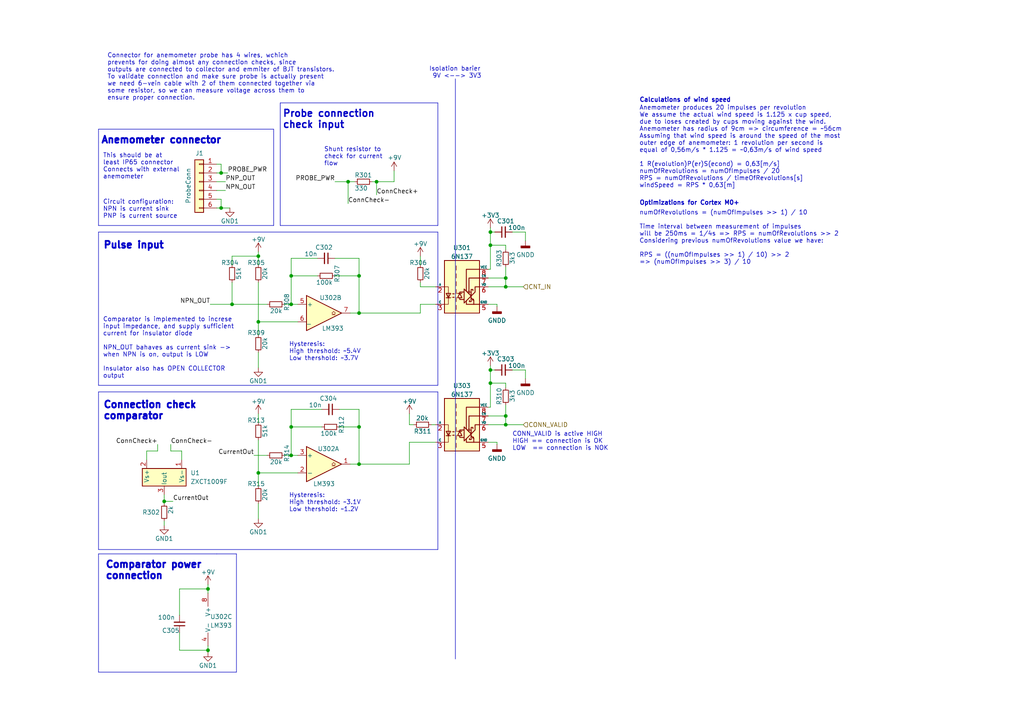
<source format=kicad_sch>
(kicad_sch (version 20230121) (generator eeschema)

  (uuid 0595d6a3-ac67-43fd-9e9a-8eacf23cc326)

  (paper "A4")

  (lib_symbols
    (symbol "Amplifier_Current:ZXCT1009F" (pin_names (offset 0.254)) (in_bom yes) (on_board yes)
      (property "Reference" "U" (at 7.62 1.27 0)
        (effects (font (size 1.27 1.27)) (justify left))
      )
      (property "Value" "ZXCT1009F" (at 7.62 -1.27 0)
        (effects (font (size 1.27 1.27)) (justify left))
      )
      (property "Footprint" "Package_TO_SOT_SMD:SOT-23" (at 0 0 0)
        (effects (font (size 1.27 1.27)) hide)
      )
      (property "Datasheet" "https://www.diodes.com/assets/Datasheets/ZXCT1009.pdf" (at -1.27 0 0)
        (effects (font (size 1.27 1.27)) hide)
      )
      (property "ki_keywords" "High side current monitor shunt" (at 0 0 0)
        (effects (font (size 1.27 1.27)) hide)
      )
      (property "ki_description" "High-Side Current Monitor, SOT-23" (at 0 0 0)
        (effects (font (size 1.27 1.27)) hide)
      )
      (property "ki_fp_filters" "SOT?23*" (at 0 0 0)
        (effects (font (size 1.27 1.27)) hide)
      )
      (symbol "ZXCT1009F_0_1"
        (rectangle (start -6.35 2.54) (end 6.35 -2.54)
          (stroke (width 0.254) (type default))
          (fill (type background))
        )
      )
      (symbol "ZXCT1009F_1_1"
        (pin input line (at 5.08 5.08 270) (length 2.54)
          (name "Vs-" (effects (font (size 1.27 1.27))))
          (number "1" (effects (font (size 1.27 1.27))))
        )
        (pin input line (at -5.08 5.08 270) (length 2.54)
          (name "Vs+" (effects (font (size 1.27 1.27))))
          (number "2" (effects (font (size 1.27 1.27))))
        )
        (pin output line (at 0 -5.08 90) (length 2.54)
          (name "Iout" (effects (font (size 1.27 1.27))))
          (number "3" (effects (font (size 1.27 1.27))))
        )
      )
    )
    (symbol "Comparator:LM393" (pin_names (offset 0.127)) (in_bom yes) (on_board yes)
      (property "Reference" "U" (at 3.81 3.81 0)
        (effects (font (size 1.27 1.27)))
      )
      (property "Value" "LM393" (at 6.35 -3.81 0)
        (effects (font (size 1.27 1.27)))
      )
      (property "Footprint" "" (at 0 0 0)
        (effects (font (size 1.27 1.27)) hide)
      )
      (property "Datasheet" "http://www.ti.com/lit/ds/symlink/lm393.pdf" (at 0 0 0)
        (effects (font (size 1.27 1.27)) hide)
      )
      (property "ki_locked" "" (at 0 0 0)
        (effects (font (size 1.27 1.27)))
      )
      (property "ki_keywords" "cmp open collector" (at 0 0 0)
        (effects (font (size 1.27 1.27)) hide)
      )
      (property "ki_description" "Low-Power, Low-Offset Voltage, Dual Comparators, DIP-8/SOIC-8/TO-99-8" (at 0 0 0)
        (effects (font (size 1.27 1.27)) hide)
      )
      (property "ki_fp_filters" "SOIC*3.9x4.9mm*P1.27mm* DIP*W7.62mm* SOP*5.28x5.23mm*P1.27mm* VSSOP*3.0x3.0mm*P0.65mm* TSSOP*4.4x3mm*P0.65mm*" (at 0 0 0)
        (effects (font (size 1.27 1.27)) hide)
      )
      (symbol "LM393_1_1"
        (polyline
          (pts
            (xy -5.08 5.08)
            (xy 5.08 0)
            (xy -5.08 -5.08)
            (xy -5.08 5.08)
          )
          (stroke (width 0.254) (type default))
          (fill (type background))
        )
        (polyline
          (pts
            (xy 3.302 -0.508)
            (xy 2.794 -0.508)
            (xy 3.302 0)
            (xy 2.794 0.508)
            (xy 2.286 0)
            (xy 2.794 -0.508)
            (xy 2.286 -0.508)
          )
          (stroke (width 0.127) (type default))
          (fill (type none))
        )
        (pin open_collector line (at 7.62 0 180) (length 2.54)
          (name "~" (effects (font (size 1.27 1.27))))
          (number "1" (effects (font (size 1.27 1.27))))
        )
        (pin input line (at -7.62 -2.54 0) (length 2.54)
          (name "-" (effects (font (size 1.27 1.27))))
          (number "2" (effects (font (size 1.27 1.27))))
        )
        (pin input line (at -7.62 2.54 0) (length 2.54)
          (name "+" (effects (font (size 1.27 1.27))))
          (number "3" (effects (font (size 1.27 1.27))))
        )
      )
      (symbol "LM393_2_1"
        (polyline
          (pts
            (xy -5.08 5.08)
            (xy 5.08 0)
            (xy -5.08 -5.08)
            (xy -5.08 5.08)
          )
          (stroke (width 0.254) (type default))
          (fill (type background))
        )
        (polyline
          (pts
            (xy 3.302 -0.508)
            (xy 2.794 -0.508)
            (xy 3.302 0)
            (xy 2.794 0.508)
            (xy 2.286 0)
            (xy 2.794 -0.508)
            (xy 2.286 -0.508)
          )
          (stroke (width 0.127) (type default))
          (fill (type none))
        )
        (pin input line (at -7.62 2.54 0) (length 2.54)
          (name "+" (effects (font (size 1.27 1.27))))
          (number "5" (effects (font (size 1.27 1.27))))
        )
        (pin input line (at -7.62 -2.54 0) (length 2.54)
          (name "_" (effects (font (size 1.27 1.27))))
          (number "6" (effects (font (size 1.27 1.27))))
        )
        (pin open_collector line (at 7.62 0 180) (length 2.54)
          (name "~" (effects (font (size 1.27 1.27))))
          (number "7" (effects (font (size 1.27 1.27))))
        )
      )
      (symbol "LM393_3_1"
        (pin power_in line (at -2.54 -7.62 90) (length 3.81)
          (name "V-" (effects (font (size 1.27 1.27))))
          (number "4" (effects (font (size 1.27 1.27))))
        )
        (pin power_in line (at -2.54 7.62 270) (length 3.81)
          (name "V+" (effects (font (size 1.27 1.27))))
          (number "8" (effects (font (size 1.27 1.27))))
        )
      )
    )
    (symbol "Connector_Generic:Conn_01x06" (pin_names (offset 1.016) hide) (in_bom yes) (on_board yes)
      (property "Reference" "J" (at 0 7.62 0)
        (effects (font (size 1.27 1.27)))
      )
      (property "Value" "Conn_01x06" (at 0 -10.16 0)
        (effects (font (size 1.27 1.27)))
      )
      (property "Footprint" "" (at 0 0 0)
        (effects (font (size 1.27 1.27)) hide)
      )
      (property "Datasheet" "~" (at 0 0 0)
        (effects (font (size 1.27 1.27)) hide)
      )
      (property "ki_keywords" "connector" (at 0 0 0)
        (effects (font (size 1.27 1.27)) hide)
      )
      (property "ki_description" "Generic connector, single row, 01x06, script generated (kicad-library-utils/schlib/autogen/connector/)" (at 0 0 0)
        (effects (font (size 1.27 1.27)) hide)
      )
      (property "ki_fp_filters" "Connector*:*_1x??_*" (at 0 0 0)
        (effects (font (size 1.27 1.27)) hide)
      )
      (symbol "Conn_01x06_1_1"
        (rectangle (start -1.27 -7.493) (end 0 -7.747)
          (stroke (width 0.1524) (type default))
          (fill (type none))
        )
        (rectangle (start -1.27 -4.953) (end 0 -5.207)
          (stroke (width 0.1524) (type default))
          (fill (type none))
        )
        (rectangle (start -1.27 -2.413) (end 0 -2.667)
          (stroke (width 0.1524) (type default))
          (fill (type none))
        )
        (rectangle (start -1.27 0.127) (end 0 -0.127)
          (stroke (width 0.1524) (type default))
          (fill (type none))
        )
        (rectangle (start -1.27 2.667) (end 0 2.413)
          (stroke (width 0.1524) (type default))
          (fill (type none))
        )
        (rectangle (start -1.27 5.207) (end 0 4.953)
          (stroke (width 0.1524) (type default))
          (fill (type none))
        )
        (rectangle (start -1.27 6.35) (end 1.27 -8.89)
          (stroke (width 0.254) (type default))
          (fill (type background))
        )
        (pin passive line (at -5.08 5.08 0) (length 3.81)
          (name "Pin_1" (effects (font (size 1.27 1.27))))
          (number "1" (effects (font (size 1.27 1.27))))
        )
        (pin passive line (at -5.08 2.54 0) (length 3.81)
          (name "Pin_2" (effects (font (size 1.27 1.27))))
          (number "2" (effects (font (size 1.27 1.27))))
        )
        (pin passive line (at -5.08 0 0) (length 3.81)
          (name "Pin_3" (effects (font (size 1.27 1.27))))
          (number "3" (effects (font (size 1.27 1.27))))
        )
        (pin passive line (at -5.08 -2.54 0) (length 3.81)
          (name "Pin_4" (effects (font (size 1.27 1.27))))
          (number "4" (effects (font (size 1.27 1.27))))
        )
        (pin passive line (at -5.08 -5.08 0) (length 3.81)
          (name "Pin_5" (effects (font (size 1.27 1.27))))
          (number "5" (effects (font (size 1.27 1.27))))
        )
        (pin passive line (at -5.08 -7.62 0) (length 3.81)
          (name "Pin_6" (effects (font (size 1.27 1.27))))
          (number "6" (effects (font (size 1.27 1.27))))
        )
      )
    )
    (symbol "Device:C_Small" (pin_numbers hide) (pin_names (offset 0.254) hide) (in_bom yes) (on_board yes)
      (property "Reference" "C" (at 0.254 1.778 0)
        (effects (font (size 1.27 1.27)) (justify left))
      )
      (property "Value" "C_Small" (at 0.254 -2.032 0)
        (effects (font (size 1.27 1.27)) (justify left))
      )
      (property "Footprint" "" (at 0 0 0)
        (effects (font (size 1.27 1.27)) hide)
      )
      (property "Datasheet" "~" (at 0 0 0)
        (effects (font (size 1.27 1.27)) hide)
      )
      (property "ki_keywords" "capacitor cap" (at 0 0 0)
        (effects (font (size 1.27 1.27)) hide)
      )
      (property "ki_description" "Unpolarized capacitor, small symbol" (at 0 0 0)
        (effects (font (size 1.27 1.27)) hide)
      )
      (property "ki_fp_filters" "C_*" (at 0 0 0)
        (effects (font (size 1.27 1.27)) hide)
      )
      (symbol "C_Small_0_1"
        (polyline
          (pts
            (xy -1.524 -0.508)
            (xy 1.524 -0.508)
          )
          (stroke (width 0.3302) (type default))
          (fill (type none))
        )
        (polyline
          (pts
            (xy -1.524 0.508)
            (xy 1.524 0.508)
          )
          (stroke (width 0.3048) (type default))
          (fill (type none))
        )
      )
      (symbol "C_Small_1_1"
        (pin passive line (at 0 2.54 270) (length 2.032)
          (name "~" (effects (font (size 1.27 1.27))))
          (number "1" (effects (font (size 1.27 1.27))))
        )
        (pin passive line (at 0 -2.54 90) (length 2.032)
          (name "~" (effects (font (size 1.27 1.27))))
          (number "2" (effects (font (size 1.27 1.27))))
        )
      )
    )
    (symbol "Device:R_Small" (pin_numbers hide) (pin_names (offset 0.254) hide) (in_bom yes) (on_board yes)
      (property "Reference" "R" (at 0.762 0.508 0)
        (effects (font (size 1.27 1.27)) (justify left))
      )
      (property "Value" "R_Small" (at 0.762 -1.016 0)
        (effects (font (size 1.27 1.27)) (justify left))
      )
      (property "Footprint" "" (at 0 0 0)
        (effects (font (size 1.27 1.27)) hide)
      )
      (property "Datasheet" "~" (at 0 0 0)
        (effects (font (size 1.27 1.27)) hide)
      )
      (property "ki_keywords" "R resistor" (at 0 0 0)
        (effects (font (size 1.27 1.27)) hide)
      )
      (property "ki_description" "Resistor, small symbol" (at 0 0 0)
        (effects (font (size 1.27 1.27)) hide)
      )
      (property "ki_fp_filters" "R_*" (at 0 0 0)
        (effects (font (size 1.27 1.27)) hide)
      )
      (symbol "R_Small_0_1"
        (rectangle (start -0.762 1.778) (end 0.762 -1.778)
          (stroke (width 0.2032) (type default))
          (fill (type none))
        )
      )
      (symbol "R_Small_1_1"
        (pin passive line (at 0 2.54 270) (length 0.762)
          (name "~" (effects (font (size 1.27 1.27))))
          (number "1" (effects (font (size 1.27 1.27))))
        )
        (pin passive line (at 0 -2.54 90) (length 0.762)
          (name "~" (effects (font (size 1.27 1.27))))
          (number "2" (effects (font (size 1.27 1.27))))
        )
      )
    )
    (symbol "Isolator:6N137" (pin_names (offset 0)) (in_bom yes) (on_board yes)
      (property "Reference" "U" (at -4.064 8.89 0)
        (effects (font (size 1.27 1.27)))
      )
      (property "Value" "6N137" (at 0 -8.89 0)
        (effects (font (size 1.27 1.27)))
      )
      (property "Footprint" "Package_DIP:DIP-8_W7.62mm" (at 0 -12.7 0)
        (effects (font (size 1.27 1.27)) hide)
      )
      (property "Datasheet" "https://docs.broadcom.com/docs/AV02-0940EN" (at -21.59 13.97 0)
        (effects (font (size 1.27 1.27)) hide)
      )
      (property "ki_keywords" "High speed optically coupled gates enable" (at 0 0 0)
        (effects (font (size 1.27 1.27)) hide)
      )
      (property "ki_description" "Single High Speed LSTTL/TTL Compatible Optocoupler with enable, dV/dt 1000/us, VCM 10, max 7V VCC, DIP-8" (at 0 0 0)
        (effects (font (size 1.27 1.27)) hide)
      )
      (property "ki_fp_filters" "DIP*W7.62mm*" (at 0 0 0)
        (effects (font (size 1.27 1.27)) hide)
      )
      (symbol "6N137_0_1"
        (polyline
          (pts
            (xy 2.667 -3.556)
            (xy 2.667 -1.651)
          )
          (stroke (width 0.254) (type default))
          (fill (type none))
        )
        (polyline
          (pts
            (xy 2.667 -2.159)
            (xy 2.667 -2.921)
          )
          (stroke (width 0.254) (type default))
          (fill (type none))
        )
        (polyline
          (pts
            (xy 3.429 -3.937)
            (xy 3.429 -5.08)
          )
          (stroke (width 0.254) (type default))
          (fill (type none))
        )
        (polyline
          (pts
            (xy -0.635 -3.302)
            (xy -0.635 -3.683)
            (xy 0.635 -3.683)
          )
          (stroke (width 0.254) (type default))
          (fill (type none))
        )
        (polyline
          (pts
            (xy -0.635 -1.905)
            (xy -0.635 -1.524)
            (xy 0.508 -1.524)
          )
          (stroke (width 0.254) (type default))
          (fill (type none))
        )
        (polyline
          (pts
            (xy 1.27 -4.064)
            (xy 1.27 -5.08)
            (xy 5.08 -5.08)
          )
          (stroke (width 0.254) (type default))
          (fill (type none))
        )
        (polyline
          (pts
            (xy 1.27 -1.27)
            (xy 1.27 5.08)
            (xy 5.08 5.08)
          )
          (stroke (width 0.254) (type default))
          (fill (type none))
        )
        (polyline
          (pts
            (xy 2.032 -1.27)
            (xy 2.032 2.54)
            (xy 5.08 2.54)
          )
          (stroke (width 0.254) (type default))
          (fill (type none))
        )
        (polyline
          (pts
            (xy -5.08 -5.08)
            (xy -3.937 -5.08)
            (xy -3.937 0)
            (xy -5.08 0)
          )
          (stroke (width 0) (type default))
          (fill (type none))
        )
        (polyline
          (pts
            (xy 2.667 -3.302)
            (xy 2.667 -4.318)
            (xy 2.159 -4.318)
            (xy 2.159 -3.937)
          )
          (stroke (width 0.254) (type default))
          (fill (type none))
        )
        (polyline
          (pts
            (xy 2.667 -2.667)
            (xy 0.635 -4.699)
            (xy 0.635 -0.635)
            (xy 2.667 -2.667)
          )
          (stroke (width 0.254) (type default))
          (fill (type none))
        )
        (polyline
          (pts
            (xy 2.667 -1.778)
            (xy 2.667 -0.762)
            (xy 3.175 -0.762)
            (xy 3.175 -1.143)
          )
          (stroke (width 0.254) (type default))
          (fill (type none))
        )
        (polyline
          (pts
            (xy 2.794 -2.54)
            (xy 3.81 -1.524)
            (xy 3.81 0)
            (xy 5.08 0)
          )
          (stroke (width 0.254) (type default))
          (fill (type none))
        )
        (polyline
          (pts
            (xy 2.667 -3.175)
            (xy 3.429 -3.937)
            (xy 3.302 -3.556)
            (xy 3.048 -3.81)
            (xy 3.429 -3.937)
          )
          (stroke (width 0.254) (type default))
          (fill (type none))
        )
        (circle (center 2.032 -1.524) (radius 0.254)
          (stroke (width 0.254) (type default))
          (fill (type none))
        )
      )
      (symbol "6N137_1_1"
        (rectangle (start -5.08 7.62) (end 5.08 -7.62)
          (stroke (width 0.254) (type default))
          (fill (type background))
        )
        (polyline
          (pts
            (xy -4.572 -3.175)
            (xy -3.302 -3.175)
          )
          (stroke (width 0.254) (type default))
          (fill (type none))
        )
        (polyline
          (pts
            (xy -1.651 -5.334)
            (xy -1.651 -6.604)
          )
          (stroke (width 0) (type default))
          (fill (type none))
        )
        (polyline
          (pts
            (xy -1.651 -3.048)
            (xy -1.651 -4.318)
          )
          (stroke (width 0) (type default))
          (fill (type none))
        )
        (polyline
          (pts
            (xy -1.651 -0.762)
            (xy -1.651 -2.032)
          )
          (stroke (width 0) (type default))
          (fill (type none))
        )
        (polyline
          (pts
            (xy -1.651 1.524)
            (xy -1.651 0.254)
          )
          (stroke (width 0) (type default))
          (fill (type none))
        )
        (polyline
          (pts
            (xy -1.651 3.81)
            (xy -1.651 2.54)
          )
          (stroke (width 0) (type default))
          (fill (type none))
        )
        (polyline
          (pts
            (xy -1.651 6.096)
            (xy -1.651 4.826)
          )
          (stroke (width 0) (type default))
          (fill (type none))
        )
        (polyline
          (pts
            (xy -1.27 -1.905)
            (xy 0 -1.905)
          )
          (stroke (width 0.254) (type default))
          (fill (type none))
        )
        (polyline
          (pts
            (xy -3.937 -3.175)
            (xy -4.572 -1.905)
            (xy -3.302 -1.905)
            (xy -3.937 -3.175)
          )
          (stroke (width 0.254) (type default))
          (fill (type none))
        )
        (polyline
          (pts
            (xy -0.635 -1.905)
            (xy -1.27 -3.175)
            (xy 0 -3.175)
            (xy -0.635 -1.905)
          )
          (stroke (width 0.254) (type default))
          (fill (type none))
        )
        (polyline
          (pts
            (xy -2.921 -3.048)
            (xy -2.159 -3.048)
            (xy -2.54 -3.175)
            (xy -2.54 -2.921)
            (xy -2.159 -3.048)
          )
          (stroke (width 0.127) (type default))
          (fill (type none))
        )
        (polyline
          (pts
            (xy -2.921 -2.032)
            (xy -2.159 -2.032)
            (xy -2.54 -2.159)
            (xy -2.54 -1.905)
            (xy -2.159 -2.032)
          )
          (stroke (width 0.127) (type default))
          (fill (type none))
        )
        (pin no_connect line (at -5.08 5.08 0) (length 2.54) hide
          (name "NC" (effects (font (size 0.635 0.635))))
          (number "1" (effects (font (size 1.27 1.27))))
        )
        (pin passive line (at -7.62 0 0) (length 2.54)
          (name "A" (effects (font (size 0.635 0.635))))
          (number "2" (effects (font (size 1.27 1.27))))
        )
        (pin passive line (at -7.62 -5.08 0) (length 2.54)
          (name "C" (effects (font (size 0.635 0.635))))
          (number "3" (effects (font (size 1.27 1.27))))
        )
        (pin power_in line (at 7.62 -5.08 180) (length 2.54)
          (name "GND" (effects (font (size 0.635 0.635))))
          (number "5" (effects (font (size 1.27 1.27))))
        )
        (pin open_collector line (at 7.62 0 180) (length 2.54)
          (name "VO" (effects (font (size 0.635 0.635))))
          (number "6" (effects (font (size 1.27 1.27))))
        )
        (pin input line (at 7.62 2.54 180) (length 2.54)
          (name "EN" (effects (font (size 0.635 0.635))))
          (number "7" (effects (font (size 1.27 1.27))))
        )
        (pin power_in line (at 7.62 5.08 180) (length 2.54)
          (name "VCC" (effects (font (size 0.635 0.635))))
          (number "8" (effects (font (size 1.27 1.27))))
        )
      )
    )
    (symbol "power:+3V3" (power) (pin_names (offset 0)) (in_bom yes) (on_board yes)
      (property "Reference" "#PWR" (at 0 -3.81 0)
        (effects (font (size 1.27 1.27)) hide)
      )
      (property "Value" "+3V3" (at 0 3.556 0)
        (effects (font (size 1.27 1.27)))
      )
      (property "Footprint" "" (at 0 0 0)
        (effects (font (size 1.27 1.27)) hide)
      )
      (property "Datasheet" "" (at 0 0 0)
        (effects (font (size 1.27 1.27)) hide)
      )
      (property "ki_keywords" "power-flag" (at 0 0 0)
        (effects (font (size 1.27 1.27)) hide)
      )
      (property "ki_description" "Power symbol creates a global label with name \"+3V3\"" (at 0 0 0)
        (effects (font (size 1.27 1.27)) hide)
      )
      (symbol "+3V3_0_1"
        (polyline
          (pts
            (xy -0.762 1.27)
            (xy 0 2.54)
          )
          (stroke (width 0) (type default))
          (fill (type none))
        )
        (polyline
          (pts
            (xy 0 0)
            (xy 0 2.54)
          )
          (stroke (width 0) (type default))
          (fill (type none))
        )
        (polyline
          (pts
            (xy 0 2.54)
            (xy 0.762 1.27)
          )
          (stroke (width 0) (type default))
          (fill (type none))
        )
      )
      (symbol "+3V3_1_1"
        (pin power_in line (at 0 0 90) (length 0) hide
          (name "+3V3" (effects (font (size 1.27 1.27))))
          (number "1" (effects (font (size 1.27 1.27))))
        )
      )
    )
    (symbol "power:+9V" (power) (pin_names (offset 0)) (in_bom yes) (on_board yes)
      (property "Reference" "#PWR" (at 0 -3.81 0)
        (effects (font (size 1.27 1.27)) hide)
      )
      (property "Value" "+9V" (at 0 3.556 0)
        (effects (font (size 1.27 1.27)))
      )
      (property "Footprint" "" (at 0 0 0)
        (effects (font (size 1.27 1.27)) hide)
      )
      (property "Datasheet" "" (at 0 0 0)
        (effects (font (size 1.27 1.27)) hide)
      )
      (property "ki_keywords" "power-flag" (at 0 0 0)
        (effects (font (size 1.27 1.27)) hide)
      )
      (property "ki_description" "Power symbol creates a global label with name \"+9V\"" (at 0 0 0)
        (effects (font (size 1.27 1.27)) hide)
      )
      (symbol "+9V_0_1"
        (polyline
          (pts
            (xy -0.762 1.27)
            (xy 0 2.54)
          )
          (stroke (width 0) (type default))
          (fill (type none))
        )
        (polyline
          (pts
            (xy 0 0)
            (xy 0 2.54)
          )
          (stroke (width 0) (type default))
          (fill (type none))
        )
        (polyline
          (pts
            (xy 0 2.54)
            (xy 0.762 1.27)
          )
          (stroke (width 0) (type default))
          (fill (type none))
        )
      )
      (symbol "+9V_1_1"
        (pin power_in line (at 0 0 90) (length 0) hide
          (name "+9V" (effects (font (size 1.27 1.27))))
          (number "1" (effects (font (size 1.27 1.27))))
        )
      )
    )
    (symbol "power:GND1" (power) (pin_names (offset 0)) (in_bom yes) (on_board yes)
      (property "Reference" "#PWR" (at 0 -6.35 0)
        (effects (font (size 1.27 1.27)) hide)
      )
      (property "Value" "GND1" (at 0 -3.81 0)
        (effects (font (size 1.27 1.27)))
      )
      (property "Footprint" "" (at 0 0 0)
        (effects (font (size 1.27 1.27)) hide)
      )
      (property "Datasheet" "" (at 0 0 0)
        (effects (font (size 1.27 1.27)) hide)
      )
      (property "ki_keywords" "power-flag" (at 0 0 0)
        (effects (font (size 1.27 1.27)) hide)
      )
      (property "ki_description" "Power symbol creates a global label with name \"GND1\" , ground" (at 0 0 0)
        (effects (font (size 1.27 1.27)) hide)
      )
      (symbol "GND1_0_1"
        (polyline
          (pts
            (xy 0 0)
            (xy 0 -1.27)
            (xy 1.27 -1.27)
            (xy 0 -2.54)
            (xy -1.27 -1.27)
            (xy 0 -1.27)
          )
          (stroke (width 0) (type default))
          (fill (type none))
        )
      )
      (symbol "GND1_1_1"
        (pin power_in line (at 0 0 270) (length 0) hide
          (name "GND1" (effects (font (size 1.27 1.27))))
          (number "1" (effects (font (size 1.27 1.27))))
        )
      )
    )
    (symbol "power:GNDD" (power) (pin_names (offset 0)) (in_bom yes) (on_board yes)
      (property "Reference" "#PWR" (at 0 -6.35 0)
        (effects (font (size 1.27 1.27)) hide)
      )
      (property "Value" "GNDD" (at 0 -3.175 0)
        (effects (font (size 1.27 1.27)))
      )
      (property "Footprint" "" (at 0 0 0)
        (effects (font (size 1.27 1.27)) hide)
      )
      (property "Datasheet" "" (at 0 0 0)
        (effects (font (size 1.27 1.27)) hide)
      )
      (property "ki_keywords" "power-flag" (at 0 0 0)
        (effects (font (size 1.27 1.27)) hide)
      )
      (property "ki_description" "Power symbol creates a global label with name \"GNDD\" , digital ground" (at 0 0 0)
        (effects (font (size 1.27 1.27)) hide)
      )
      (symbol "GNDD_0_1"
        (rectangle (start -1.27 -1.524) (end 1.27 -2.032)
          (stroke (width 0.254) (type default))
          (fill (type outline))
        )
        (polyline
          (pts
            (xy 0 0)
            (xy 0 -1.524)
          )
          (stroke (width 0) (type default))
          (fill (type none))
        )
      )
      (symbol "GNDD_1_1"
        (pin power_in line (at 0 0 270) (length 0) hide
          (name "GNDD" (effects (font (size 1.27 1.27))))
          (number "1" (effects (font (size 1.27 1.27))))
        )
      )
    )
  )

  (junction (at 60.325 188.595) (diameter 0) (color 0 0 0 0)
    (uuid 01f446b5-038f-4ba2-a22c-696006358301)
  )
  (junction (at 84.455 88.265) (diameter 0) (color 0 0 0 0)
    (uuid 04546cd0-e7ef-46a7-9ead-840159cd7d05)
  )
  (junction (at 60.325 170.815) (diameter 0) (color 0 0 0 0)
    (uuid 169970f2-fe5f-4aa2-9d35-27044a59d8cd)
  )
  (junction (at 84.455 132.08) (diameter 0) (color 0 0 0 0)
    (uuid 1ee7e326-f5a0-4000-b5b5-d38f07667320)
  )
  (junction (at 142.24 107.315) (diameter 0) (color 0 0 0 0)
    (uuid 1f3bcbb0-310d-48ea-8698-170eb4f0e0f0)
  )
  (junction (at 104.14 123.825) (diameter 0) (color 0 0 0 0)
    (uuid 2046dde7-0377-44f1-89a5-f00b6eb231d9)
  )
  (junction (at 146.685 83.185) (diameter 0) (color 0 0 0 0)
    (uuid 2055eb62-bb8b-45cc-bf18-1c424055ad53)
  )
  (junction (at 146.685 80.645) (diameter 0) (color 0 0 0 0)
    (uuid 229e750d-87d9-47de-961d-aff2353a3b26)
  )
  (junction (at 67.31 88.265) (diameter 0) (color 0 0 0 0)
    (uuid 3be9126d-a788-4dc3-a80b-1b58e3bc4361)
  )
  (junction (at 142.24 111.125) (diameter 0) (color 0 0 0 0)
    (uuid 41c176b4-129b-44a3-ba39-ef15010f03b7)
  )
  (junction (at 74.93 93.345) (diameter 0) (color 0 0 0 0)
    (uuid 6954d735-d39f-4772-a259-b9f62f1365fa)
  )
  (junction (at 142.24 71.12) (diameter 0) (color 0 0 0 0)
    (uuid 6e0ec5f3-0831-4e3c-b118-e1c80c4de8c8)
  )
  (junction (at 74.93 137.16) (diameter 0) (color 0 0 0 0)
    (uuid 792d2fd1-52ef-45e4-bc40-433d7996d1d2)
  )
  (junction (at 104.14 134.62) (diameter 0) (color 0 0 0 0)
    (uuid 87c4eeba-7db6-402c-b277-b19c8e0d1d28)
  )
  (junction (at 84.455 80.01) (diameter 0) (color 0 0 0 0)
    (uuid 8cce5e2a-ab36-43e7-b6d0-6b8701fd6678)
  )
  (junction (at 146.685 120.65) (diameter 0) (color 0 0 0 0)
    (uuid 92a695f7-aa53-4f52-9469-3ea409b79111)
  )
  (junction (at 47.625 145.415) (diameter 0) (color 0 0 0 0)
    (uuid 9378adb7-7f84-4f1d-ae1e-5ae40d37a91f)
  )
  (junction (at 146.685 123.19) (diameter 0) (color 0 0 0 0)
    (uuid 9c6a7db3-02b4-46b9-a4cf-fa6170fd3536)
  )
  (junction (at 142.24 67.31) (diameter 0) (color 0 0 0 0)
    (uuid ab07c455-b461-4a87-b993-19a7bdca4772)
  )
  (junction (at 104.14 80.01) (diameter 0) (color 0 0 0 0)
    (uuid b7416cf2-860b-4568-88d1-ac54a9fd74bd)
  )
  (junction (at 84.455 123.825) (diameter 0) (color 0 0 0 0)
    (uuid bada9331-9901-4f7f-bd19-0b5bedf5800c)
  )
  (junction (at 74.93 74.295) (diameter 0) (color 0 0 0 0)
    (uuid bcadf434-22cd-4eba-bfc9-33fd5f93bd46)
  )
  (junction (at 64.135 50.165) (diameter 0) (color 0 0 0 0)
    (uuid be67c9a2-dc51-4511-8e19-b03ec1aa85a8)
  )
  (junction (at 100.965 52.705) (diameter 0) (color 0 0 0 0)
    (uuid cc7fcbd6-ca81-4a11-9373-aed15361d887)
  )
  (junction (at 104.14 90.805) (diameter 0) (color 0 0 0 0)
    (uuid e24bfa99-e71c-4b5f-adb7-70fcee701ddf)
  )
  (junction (at 64.135 60.325) (diameter 0) (color 0 0 0 0)
    (uuid e73e48df-f819-4aeb-a3dd-4bb0282aff2e)
  )
  (junction (at 109.22 52.705) (diameter 0) (color 0 0 0 0)
    (uuid f9e58b32-ef7c-4054-98a8-6edd36809da7)
  )

  (wire (pts (xy 60.96 88.265) (xy 67.31 88.265))
    (stroke (width 0) (type default))
    (uuid 01b8b2c4-d2c1-4d50-adfb-7e8185feb3e7)
  )
  (wire (pts (xy 144.145 128.27) (xy 141.605 128.27))
    (stroke (width 0) (type default))
    (uuid 0285a2f2-3f7f-4ce2-9654-937362fe1939)
  )
  (wire (pts (xy 74.93 102.235) (xy 74.93 106.68))
    (stroke (width 0) (type default))
    (uuid 04923307-12fa-4dc9-8d57-c81ea2339ad8)
  )
  (wire (pts (xy 74.93 120.015) (xy 74.93 122.555))
    (stroke (width 0) (type default))
    (uuid 05b842a3-a289-4b07-8105-8e87e5379190)
  )
  (wire (pts (xy 98.425 123.825) (xy 104.14 123.825))
    (stroke (width 0) (type default))
    (uuid 062d957f-6fa5-41fa-b4a0-92746c71ff31)
  )
  (wire (pts (xy 49.53 130.81) (xy 52.705 130.81))
    (stroke (width 0) (type default))
    (uuid 06e0229c-c09f-4edf-843f-6a8d6231b01c)
  )
  (wire (pts (xy 104.14 118.745) (xy 104.14 123.825))
    (stroke (width 0) (type default))
    (uuid 0e13b69c-b6d7-44c4-8c69-4d1ded56daea)
  )
  (wire (pts (xy 101.6 134.62) (xy 104.14 134.62))
    (stroke (width 0) (type default))
    (uuid 0fb7e1c1-e2d9-441f-8b8a-a7e033dd0070)
  )
  (wire (pts (xy 121.92 74.295) (xy 121.92 76.835))
    (stroke (width 0) (type default))
    (uuid 10934c81-0b91-4d93-829d-3cff5c87db91)
  )
  (wire (pts (xy 84.455 80.01) (xy 84.455 88.265))
    (stroke (width 0) (type default))
    (uuid 135cb102-961f-4055-83e2-29101c77c349)
  )
  (wire (pts (xy 60.325 170.815) (xy 60.325 172.085))
    (stroke (width 0) (type default))
    (uuid 14071f0d-b100-411c-aef1-8b17677e14c7)
  )
  (wire (pts (xy 60.325 169.545) (xy 60.325 170.815))
    (stroke (width 0) (type default))
    (uuid 1412913c-146f-47f4-ba09-3e742552eadc)
  )
  (wire (pts (xy 141.605 80.645) (xy 146.685 80.645))
    (stroke (width 0) (type default))
    (uuid 161da9c0-3456-4d4e-a5f7-b9a7fc75b43d)
  )
  (wire (pts (xy 118.745 120.015) (xy 118.745 123.19))
    (stroke (width 0) (type default))
    (uuid 178bbab5-a413-427e-bcdf-ba6335a104a4)
  )
  (polyline (pts (xy 62.865 160.655) (xy 28.575 160.655))
    (stroke (width 0) (type default))
    (uuid 17cfa8e8-4cf0-4e25-8284-df6f373e9867)
  )

  (wire (pts (xy 141.605 123.19) (xy 146.685 123.19))
    (stroke (width 0) (type default))
    (uuid 1946d238-74d8-4084-bcb6-6a491e0eb566)
  )
  (wire (pts (xy 65.405 55.245) (xy 62.865 55.245))
    (stroke (width 0) (type default))
    (uuid 199c9d7d-1017-4719-8a87-dec201b08eca)
  )
  (wire (pts (xy 121.92 88.265) (xy 121.92 90.805))
    (stroke (width 0) (type default))
    (uuid 1a039e2d-1965-4ff6-bee7-6a3c20317f8f)
  )
  (wire (pts (xy 118.745 128.27) (xy 126.365 128.27))
    (stroke (width 0) (type default))
    (uuid 1f6d7982-dc77-40d4-9557-4c3fbf250ae0)
  )
  (wire (pts (xy 104.14 90.805) (xy 121.92 90.805))
    (stroke (width 0) (type default))
    (uuid 201925a1-9913-4854-af8d-7708724c820e)
  )
  (wire (pts (xy 141.605 83.185) (xy 146.685 83.185))
    (stroke (width 0) (type default))
    (uuid 205cb7cb-e37a-422b-a3b3-6671f61eb141)
  )
  (wire (pts (xy 142.24 107.315) (xy 142.24 111.125))
    (stroke (width 0) (type default))
    (uuid 21312479-c0ab-4391-9339-cd9d9f6e7f77)
  )
  (polyline (pts (xy 28.575 113.665) (xy 127 113.665))
    (stroke (width 0) (type default))
    (uuid 28ca317e-ef7f-4950-846d-64e2fe1e0837)
  )

  (wire (pts (xy 143.51 67.31) (xy 142.24 67.31))
    (stroke (width 0) (type default))
    (uuid 2988d4db-0fe3-4bf7-80e2-a328c102917c)
  )
  (wire (pts (xy 142.24 71.12) (xy 142.24 78.105))
    (stroke (width 0) (type default))
    (uuid 2a0e71de-9bed-40fe-9577-3b2186f7da0e)
  )
  (wire (pts (xy 97.155 74.93) (xy 104.14 74.93))
    (stroke (width 0) (type default))
    (uuid 2ad8d6bf-22e1-47cd-ad5c-63558645a729)
  )
  (wire (pts (xy 52.07 170.815) (xy 60.325 170.815))
    (stroke (width 0) (type default))
    (uuid 2b31cfb1-ca6a-4cad-85e1-e64e6295af79)
  )
  (wire (pts (xy 142.24 107.315) (xy 142.24 106.045))
    (stroke (width 0) (type default))
    (uuid 2cd86e6d-9472-47a3-8f53-e7cb5ce5d640)
  )
  (polyline (pts (xy 68.58 194.945) (xy 68.58 160.655))
    (stroke (width 0) (type default))
    (uuid 2fd03f97-90c5-4bfe-8362-039b41b0ac03)
  )

  (wire (pts (xy 65.405 52.705) (xy 62.865 52.705))
    (stroke (width 0) (type default))
    (uuid 30851c3a-f45d-4b47-9f6b-e4a64f8cfabc)
  )
  (wire (pts (xy 114.3 52.705) (xy 109.22 52.705))
    (stroke (width 0) (type default))
    (uuid 33d90b5b-6bf7-4de0-b6ea-9d7478cc8442)
  )
  (wire (pts (xy 47.625 151.13) (xy 47.625 152.4))
    (stroke (width 0) (type default))
    (uuid 35c11079-6a71-438d-bbd8-95879a4934bb)
  )
  (wire (pts (xy 143.51 107.315) (xy 142.24 107.315))
    (stroke (width 0) (type default))
    (uuid 39fe79b8-4747-4af0-bb4c-dbdac52b37c2)
  )
  (wire (pts (xy 104.14 80.01) (xy 104.14 90.805))
    (stroke (width 0) (type default))
    (uuid 3aa8fb0d-b354-43e3-b928-83174e118de7)
  )
  (wire (pts (xy 100.965 59.055) (xy 100.965 52.705))
    (stroke (width 0) (type default))
    (uuid 3dd2b1c3-58d4-415b-aaac-bb0cf28e415b)
  )
  (wire (pts (xy 82.55 132.08) (xy 84.455 132.08))
    (stroke (width 0) (type default))
    (uuid 436a32ec-4244-455b-a141-53da101115e1)
  )
  (wire (pts (xy 62.865 57.785) (xy 64.135 57.785))
    (stroke (width 0) (type default))
    (uuid 43e41788-1a8d-4706-baad-e282870c66cb)
  )
  (wire (pts (xy 67.31 88.265) (xy 77.47 88.265))
    (stroke (width 0) (type default))
    (uuid 43e7f278-b1ad-428f-b61c-69a336e03f69)
  )
  (wire (pts (xy 52.705 130.81) (xy 52.705 133.35))
    (stroke (width 0) (type default))
    (uuid 4405f87c-fd2b-4efb-9074-4485e86b4140)
  )
  (polyline (pts (xy 28.575 160.655) (xy 28.575 194.945))
    (stroke (width 0) (type default))
    (uuid 44bec5c8-432b-46b4-baf8-725fdc7e1d35)
  )

  (wire (pts (xy 144.145 88.265) (xy 141.605 88.265))
    (stroke (width 0) (type default))
    (uuid 46540838-e409-4fdc-9d53-10ac26029eac)
  )
  (wire (pts (xy 74.93 137.16) (xy 86.36 137.16))
    (stroke (width 0) (type default))
    (uuid 4848de55-4cff-4eba-841e-9d0239c9f1d7)
  )
  (wire (pts (xy 148.59 107.315) (xy 152.4 107.315))
    (stroke (width 0) (type default))
    (uuid 4dd0d6a6-9b0c-4eae-957f-39e3cb85d3a5)
  )
  (polyline (pts (xy 62.865 160.655) (xy 68.58 160.655))
    (stroke (width 0) (type default))
    (uuid 50ac5cfd-8b1d-4b0d-a4f4-ece7558fecdd)
  )

  (wire (pts (xy 74.93 93.345) (xy 74.93 97.155))
    (stroke (width 0) (type default))
    (uuid 51c80949-d1c3-42ed-82d6-329afd06169b)
  )
  (wire (pts (xy 146.685 72.39) (xy 146.685 71.12))
    (stroke (width 0) (type default))
    (uuid 560450d7-6234-4ca2-b610-6e0c54473401)
  )
  (polyline (pts (xy 81.28 29.845) (xy 81.28 65.405))
    (stroke (width 0) (type default))
    (uuid 56c0ca14-b5d8-42b0-b975-99a9d198ef54)
  )

  (wire (pts (xy 73.66 132.08) (xy 77.47 132.08))
    (stroke (width 0) (type default))
    (uuid 58fc6ee8-65f2-4c2f-83ce-f670535c67a7)
  )
  (wire (pts (xy 109.22 52.705) (xy 109.22 56.515))
    (stroke (width 0) (type default))
    (uuid 59ded329-1da0-4d2e-b4d1-3b0c40164a03)
  )
  (wire (pts (xy 142.24 118.11) (xy 141.605 118.11))
    (stroke (width 0) (type default))
    (uuid 5b27a319-fcd9-43c4-b80a-f0b87354e21d)
  )
  (wire (pts (xy 84.455 74.93) (xy 84.455 80.01))
    (stroke (width 0) (type default))
    (uuid 5c68f2fc-886a-46d4-af4e-1b3ccbdbd334)
  )
  (wire (pts (xy 97.155 80.01) (xy 104.14 80.01))
    (stroke (width 0) (type default))
    (uuid 5e07ccf2-1c63-4583-bc81-35b5af05aa55)
  )
  (wire (pts (xy 146.685 77.47) (xy 146.685 80.645))
    (stroke (width 0) (type default))
    (uuid 5e1c8d83-a21b-4d8e-a204-7ba9ace7c548)
  )
  (wire (pts (xy 114.3 49.53) (xy 114.3 52.705))
    (stroke (width 0) (type default))
    (uuid 60ce1e38-e67a-4585-b715-616959e71d33)
  )
  (wire (pts (xy 146.685 117.475) (xy 146.685 120.65))
    (stroke (width 0) (type default))
    (uuid 60e63fd0-ee00-4e61-8717-0e275787d6b6)
  )
  (polyline (pts (xy 28.575 194.945) (xy 68.58 194.945))
    (stroke (width 0) (type default))
    (uuid 621b133c-5d7c-4f4b-b802-027a20a41297)
  )
  (polyline (pts (xy 28.575 159.385) (xy 28.575 113.665))
    (stroke (width 0) (type default))
    (uuid 628ef87d-58bc-4db6-9077-f1337bf857df)
  )

  (wire (pts (xy 62.865 60.325) (xy 64.135 60.325))
    (stroke (width 0) (type default))
    (uuid 63650f1d-f9fa-4efb-8aed-ee45691109a6)
  )
  (wire (pts (xy 107.95 52.705) (xy 109.22 52.705))
    (stroke (width 0) (type default))
    (uuid 6743b734-6f60-4d20-acff-06b09fa8e195)
  )
  (polyline (pts (xy 28.575 37.465) (xy 79.375 37.465))
    (stroke (width 0) (type default))
    (uuid 67ef845f-2717-4c62-a96a-2df52b74ccce)
  )

  (wire (pts (xy 45.72 128.905) (xy 45.72 130.81))
    (stroke (width 0) (type default))
    (uuid 6a8de74e-c6dc-4b0b-92f3-7b749888b584)
  )
  (wire (pts (xy 74.93 73.025) (xy 74.93 74.295))
    (stroke (width 0) (type default))
    (uuid 6caa666a-d603-4944-b4c0-a2451af19e3e)
  )
  (wire (pts (xy 47.625 143.51) (xy 47.625 145.415))
    (stroke (width 0) (type default))
    (uuid 6ebc83f0-b670-4fd4-80a7-4c5c567c3a34)
  )
  (wire (pts (xy 142.24 78.105) (xy 141.605 78.105))
    (stroke (width 0) (type default))
    (uuid 7261fafb-2511-4174-8b46-67ed421442af)
  )
  (polyline (pts (xy 79.375 65.405) (xy 28.575 65.405))
    (stroke (width 0) (type default))
    (uuid 72874eac-83dd-4d85-8fc9-c53acfa176eb)
  )

  (wire (pts (xy 92.075 80.01) (xy 84.455 80.01))
    (stroke (width 0) (type default))
    (uuid 73346b5e-158b-4b5e-8e10-cf5406b9fe5b)
  )
  (wire (pts (xy 142.24 67.31) (xy 142.24 71.12))
    (stroke (width 0) (type default))
    (uuid 75bb0cae-f721-4762-a370-687dd758d269)
  )
  (wire (pts (xy 100.965 52.705) (xy 102.87 52.705))
    (stroke (width 0) (type default))
    (uuid 7773fdd5-4dc5-4783-ba1a-a8653ac41ce1)
  )
  (polyline (pts (xy 127 67.31) (xy 127 111.76))
    (stroke (width 0) (type default))
    (uuid 78fe3379-fb0b-4840-bfdf-f616009c4371)
  )

  (wire (pts (xy 101.6 90.805) (xy 104.14 90.805))
    (stroke (width 0) (type default))
    (uuid 7e3f2e04-4602-43b1-83e7-040007d8f66e)
  )
  (polyline (pts (xy 28.575 37.465) (xy 28.575 65.405))
    (stroke (width 0) (type default))
    (uuid 8018574c-d202-42bd-9ca7-359d8cccd4d3)
  )

  (wire (pts (xy 126.365 88.265) (xy 121.92 88.265))
    (stroke (width 0) (type default))
    (uuid 8053bbb5-7766-4d9f-952e-4613df8cd5df)
  )
  (wire (pts (xy 74.93 81.915) (xy 74.93 93.345))
    (stroke (width 0) (type default))
    (uuid 809a55d4-ead4-4ab8-bebc-410daa343e89)
  )
  (wire (pts (xy 82.55 88.265) (xy 84.455 88.265))
    (stroke (width 0) (type default))
    (uuid 83fb5351-3ee1-4a1e-ae6d-0944d89f6678)
  )
  (wire (pts (xy 64.135 47.625) (xy 64.135 50.165))
    (stroke (width 0) (type default))
    (uuid 8401cb2c-b049-4b82-8a55-5f04958757b1)
  )
  (wire (pts (xy 148.59 67.31) (xy 152.4 67.31))
    (stroke (width 0) (type default))
    (uuid 85b292d6-cf79-4643-8666-bf69376ef353)
  )
  (wire (pts (xy 84.455 88.265) (xy 86.36 88.265))
    (stroke (width 0) (type default))
    (uuid 89617f7e-9782-47fd-999a-e0892b87ff36)
  )
  (wire (pts (xy 47.625 145.415) (xy 50.165 145.415))
    (stroke (width 0) (type default))
    (uuid 8a41dd3b-e006-4cc3-b3c2-dc568fd7722b)
  )
  (wire (pts (xy 146.685 123.19) (xy 151.765 123.19))
    (stroke (width 0) (type default))
    (uuid 8dee8ea3-3bcb-47d6-8de5-79f305722e09)
  )
  (wire (pts (xy 42.545 130.81) (xy 42.545 133.35))
    (stroke (width 0) (type default))
    (uuid 8ffbcab9-641c-41d6-88df-13d3623c7e82)
  )
  (wire (pts (xy 60.325 188.595) (xy 60.325 189.23))
    (stroke (width 0) (type default))
    (uuid 9140755d-fb4d-40c8-b196-31afcff72e4d)
  )
  (polyline (pts (xy 28.575 67.31) (xy 127 67.31))
    (stroke (width 0) (type default))
    (uuid 94b1e4ec-8f9e-4495-baef-9ff9942a216e)
  )

  (wire (pts (xy 104.14 123.825) (xy 104.14 134.62))
    (stroke (width 0) (type default))
    (uuid 99ed30b6-b0c1-4761-bb63-a73e8f809830)
  )
  (polyline (pts (xy 81.28 29.845) (xy 127 29.845))
    (stroke (width 0) (type default))
    (uuid 9ce33731-88f5-4a83-9435-5a1b269f11cf)
  )

  (wire (pts (xy 74.93 146.05) (xy 74.93 150.495))
    (stroke (width 0) (type default))
    (uuid a210fa62-ef46-4e09-921c-e6cd87ed6b3b)
  )
  (wire (pts (xy 74.93 93.345) (xy 86.36 93.345))
    (stroke (width 0) (type default))
    (uuid a2cc7988-75df-4dd9-a1ee-a4daf54d5678)
  )
  (wire (pts (xy 126.365 123.19) (xy 125.095 123.19))
    (stroke (width 0) (type default))
    (uuid a960da76-1115-448b-9d6f-bcf198fea052)
  )
  (wire (pts (xy 93.345 118.745) (xy 84.455 118.745))
    (stroke (width 0) (type default))
    (uuid ac08c088-27ab-4d6c-8c18-cce94d85a2cb)
  )
  (wire (pts (xy 104.14 74.93) (xy 104.14 80.01))
    (stroke (width 0) (type default))
    (uuid ac1940b0-aabb-4e81-a8e2-d2abdab747a4)
  )
  (wire (pts (xy 121.92 83.185) (xy 121.92 81.915))
    (stroke (width 0) (type default))
    (uuid ae392987-6240-45eb-952a-34b36a0d1262)
  )
  (wire (pts (xy 84.455 118.745) (xy 84.455 123.825))
    (stroke (width 0) (type default))
    (uuid afafe8e8-37b6-4ab3-89c3-11cdf2532c63)
  )
  (wire (pts (xy 141.605 120.65) (xy 146.685 120.65))
    (stroke (width 0) (type default))
    (uuid b25effe1-d451-4263-8ee4-335545aa041c)
  )
  (wire (pts (xy 67.31 81.915) (xy 67.31 88.265))
    (stroke (width 0) (type default))
    (uuid b2cba629-e1bb-47c7-8493-1b403ecf7e53)
  )
  (wire (pts (xy 49.53 128.905) (xy 49.53 130.81))
    (stroke (width 0) (type default))
    (uuid b4fb7a71-d50e-4704-a980-e5c5611772b8)
  )
  (wire (pts (xy 84.455 132.08) (xy 86.36 132.08))
    (stroke (width 0) (type default))
    (uuid b8056759-29b2-44f8-94db-f96470a417f2)
  )
  (wire (pts (xy 74.93 127.635) (xy 74.93 137.16))
    (stroke (width 0) (type default))
    (uuid ba443ec1-ada1-44ec-9b45-683cdbf23817)
  )
  (wire (pts (xy 84.455 74.93) (xy 92.075 74.93))
    (stroke (width 0) (type default))
    (uuid bba46482-fe10-40bf-a687-b49e42361194)
  )
  (wire (pts (xy 64.135 60.325) (xy 66.675 60.325))
    (stroke (width 0) (type default))
    (uuid bc44e8e1-09e8-48d8-ab44-d92c006defbe)
  )
  (wire (pts (xy 64.135 47.625) (xy 62.865 47.625))
    (stroke (width 0) (type default))
    (uuid bc52b170-7c74-454b-aec2-72324a5260e1)
  )
  (wire (pts (xy 146.685 120.65) (xy 146.685 123.19))
    (stroke (width 0) (type default))
    (uuid bda276a2-ae11-4636-86e6-d3d3b84f2f22)
  )
  (polyline (pts (xy 127 65.405) (xy 127 29.845))
    (stroke (width 0) (type default))
    (uuid bdd3ffc8-524b-41fe-b944-6f8e0ee1a999)
  )

  (wire (pts (xy 146.685 71.12) (xy 142.24 71.12))
    (stroke (width 0) (type default))
    (uuid c0d2971f-026e-49e6-8863-def06327f9f6)
  )
  (wire (pts (xy 74.93 74.295) (xy 67.31 74.295))
    (stroke (width 0) (type default))
    (uuid c1c57143-59f4-46f2-aca5-930a778f1d21)
  )
  (wire (pts (xy 84.455 123.825) (xy 84.455 132.08))
    (stroke (width 0) (type default))
    (uuid c3ba2571-7da9-4ca8-a7c5-d09e474d073b)
  )
  (wire (pts (xy 121.92 83.185) (xy 126.365 83.185))
    (stroke (width 0) (type default))
    (uuid c44013f3-3414-45b5-b969-9efc587b49a2)
  )
  (wire (pts (xy 47.625 145.415) (xy 47.625 146.05))
    (stroke (width 0) (type default))
    (uuid c5d7580f-6e56-4ffe-8705-184608f6c4e3)
  )
  (wire (pts (xy 74.93 137.16) (xy 74.93 140.97))
    (stroke (width 0) (type default))
    (uuid cb0e933a-bead-4a08-9c50-d1c5efd2f9e1)
  )
  (polyline (pts (xy 127 159.385) (xy 28.575 159.385))
    (stroke (width 0) (type default))
    (uuid cb2d1369-522d-4fee-b635-214511fa07da)
  )

  (wire (pts (xy 67.31 74.295) (xy 67.31 76.835))
    (stroke (width 0) (type default))
    (uuid cc881935-08cb-492c-b744-1f12f32587d2)
  )
  (polyline (pts (xy 132.08 22.86) (xy 132.08 191.135))
    (stroke (width 0) (type default))
    (uuid cc9b7958-9be7-42d4-be0b-72707ce43c84)
  )

  (wire (pts (xy 74.93 74.295) (xy 74.93 76.835))
    (stroke (width 0) (type default))
    (uuid cfb053ff-40a5-44b3-a1e1-b5d5494ae01b)
  )
  (wire (pts (xy 98.425 118.745) (xy 104.14 118.745))
    (stroke (width 0) (type default))
    (uuid d0d63014-319e-4746-9900-aba2d0e79b94)
  )
  (wire (pts (xy 144.145 128.905) (xy 144.145 128.27))
    (stroke (width 0) (type default))
    (uuid d1b756d9-2542-4c37-943b-358b2a41b7ab)
  )
  (wire (pts (xy 52.07 178.435) (xy 52.07 170.815))
    (stroke (width 0) (type default))
    (uuid d6c94506-1a3b-4534-bf67-c7fb36f472a3)
  )
  (wire (pts (xy 104.14 134.62) (xy 118.745 134.62))
    (stroke (width 0) (type default))
    (uuid d8c37c49-9c9d-4e90-b6f6-27d487caaf75)
  )
  (wire (pts (xy 64.135 57.785) (xy 64.135 60.325))
    (stroke (width 0) (type default))
    (uuid d9a430c4-88c3-4a65-93df-508aa1549bd6)
  )
  (polyline (pts (xy 127 111.76) (xy 28.575 111.76))
    (stroke (width 0) (type default))
    (uuid dae32188-927d-45e4-8292-be02aa9e653b)
  )

  (wire (pts (xy 144.145 88.9) (xy 144.145 88.265))
    (stroke (width 0) (type default))
    (uuid dcedfc38-52d1-4479-aeaf-3db4102a669b)
  )
  (wire (pts (xy 152.4 107.315) (xy 152.4 109.855))
    (stroke (width 0) (type default))
    (uuid df61c474-401d-45b5-9a93-dc6a42e9d15f)
  )
  (wire (pts (xy 146.685 112.395) (xy 146.685 111.125))
    (stroke (width 0) (type default))
    (uuid e1f9f32c-5d02-4b1b-9750-0da49c9341d1)
  )
  (wire (pts (xy 45.72 130.81) (xy 42.545 130.81))
    (stroke (width 0) (type default))
    (uuid e2141a62-addb-460b-840b-8cd9df533c4a)
  )
  (wire (pts (xy 142.24 111.125) (xy 142.24 118.11))
    (stroke (width 0) (type default))
    (uuid e2d92cdc-7e59-4b70-9037-91403bf27ffa)
  )
  (wire (pts (xy 146.685 111.125) (xy 142.24 111.125))
    (stroke (width 0) (type default))
    (uuid e2ef50a0-fe26-4b66-a05b-70f3a39b815f)
  )
  (polyline (pts (xy 28.575 111.76) (xy 28.575 67.31))
    (stroke (width 0) (type default))
    (uuid e4353e50-f287-4b2d-ac39-cbbf1afea2f0)
  )
  (polyline (pts (xy 81.28 65.405) (xy 127 65.405))
    (stroke (width 0) (type default))
    (uuid e7bde42f-19ee-42f1-8fb2-2eb645714e5b)
  )
  (polyline (pts (xy 79.375 37.465) (xy 79.375 65.405))
    (stroke (width 0) (type default))
    (uuid e97345f5-fc5a-4995-b6ec-fef385eaafe4)
  )
  (polyline (pts (xy 127 113.665) (xy 127 159.385))
    (stroke (width 0) (type default))
    (uuid eaad868c-1f29-4ef7-8516-1a17c270c2c3)
  )

  (wire (pts (xy 60.325 188.595) (xy 52.07 188.595))
    (stroke (width 0) (type default))
    (uuid eb80cafc-aed4-409f-b467-084b20aa3d9c)
  )
  (wire (pts (xy 100.965 52.705) (xy 97.155 52.705))
    (stroke (width 0) (type default))
    (uuid ec468e5f-028c-4af9-8f4a-d9867986f0db)
  )
  (wire (pts (xy 62.865 50.165) (xy 64.135 50.165))
    (stroke (width 0) (type default))
    (uuid ed4e1105-482c-4b54-b481-330f328a89c1)
  )
  (wire (pts (xy 152.4 67.31) (xy 152.4 69.85))
    (stroke (width 0) (type default))
    (uuid edb4f8a9-97e8-4155-8496-c18662613bff)
  )
  (wire (pts (xy 60.325 187.325) (xy 60.325 188.595))
    (stroke (width 0) (type default))
    (uuid f12b7d2a-469f-4a8b-acbf-373985b0adc9)
  )
  (wire (pts (xy 146.685 83.185) (xy 151.765 83.185))
    (stroke (width 0) (type default))
    (uuid f2415caf-b1f6-4912-9cdc-485ca5c2f282)
  )
  (wire (pts (xy 142.24 67.31) (xy 142.24 66.04))
    (stroke (width 0) (type default))
    (uuid f63bc591-6170-4ec4-92b5-754f56610427)
  )
  (wire (pts (xy 146.685 80.645) (xy 146.685 83.185))
    (stroke (width 0) (type default))
    (uuid f6b3ff4f-caba-4671-bb76-8ef6281602b5)
  )
  (wire (pts (xy 93.345 123.825) (xy 84.455 123.825))
    (stroke (width 0) (type default))
    (uuid f74bdddb-94ce-4b52-90f0-f0852afed61b)
  )
  (wire (pts (xy 118.745 134.62) (xy 118.745 128.27))
    (stroke (width 0) (type default))
    (uuid f8550185-2f53-4170-8bb1-17b9f0dbb5aa)
  )
  (wire (pts (xy 118.745 123.19) (xy 120.015 123.19))
    (stroke (width 0) (type default))
    (uuid f88ca3f0-ea1a-4466-8905-6b238a0109ae)
  )
  (wire (pts (xy 64.135 50.165) (xy 66.04 50.165))
    (stroke (width 0) (type default))
    (uuid f9a87435-d1e4-434a-be1c-159065399c3f)
  )
  (wire (pts (xy 52.07 188.595) (xy 52.07 183.515))
    (stroke (width 0) (type default))
    (uuid fca1ea13-9b62-430e-a949-374e27189594)
  )

  (text "Connector for anemometer probe has 4 wires, wchich \nprevents for doing almost any connection checks, since \noutputs are connected to collector and emmiter of BJT transistors.\nTo validate connection and make sure probe is actually present\nwe need 6-vein cable with 2 of them connected together via\nsome resistor, so we can measure voltage across them to\nensure proper connection."
    (at 31.115 29.21 0)
    (effects (font (size 1.27 1.27)) (justify left bottom))
    (uuid 1601a5f0-b7be-4ba1-a26f-16e18bb0ad8a)
  )
  (text "Probe connection \ncheck input" (at 81.915 37.465 0)
    (effects (font (size 2 2) (thickness 0.4) bold) (justify left bottom))
    (uuid 281de916-4c71-4f03-a1dc-0ec1ca4778e0)
  )
  (text "Anemometer produces 20 impulses per revolution\nWe assume the actual wind speed is 1.125 x cup speed,\ndue to loses created by cups moving against the wind.\nAnemometer has radius of 9cm => circumference = ~56cm\nAssuming that wind speed is around the speed of the most\nouter edge of anemometer: 1 revolution per second is \nequal of 0,56m/s * 1.125 = ~0,63m/s of wind speed\n\n1 R(evolution)P(er)S(econd) = 0,63[m/s]\nnumOfRevolutions = numOfImpulses / 20\nRPS = numOfRevolutions / timeOfRevolutions[s]\nwindSpeed = RPS * 0,63[m]"
    (at 185.42 54.61 0)
    (effects (font (size 1.27 1.27)) (justify left bottom))
    (uuid 50a41b84-4757-4784-8168-e71cf0001d8d)
  )
  (text "Hysteresis:\nHigh threshold: ~3.1V\nLow thershold: ~1.2V"
    (at 83.82 148.59 0)
    (effects (font (size 1.27 1.27)) (justify left bottom))
    (uuid 6a21f004-a232-4bb2-8767-77451ebf2034)
  )
  (text "Comparator is implemented to increse\ninput impedance, and supply sufficient\ncurrent for insulator diode\n\nNPN_OUT bahaves as current sink ->\nwhen NPN is on, output is LOW\n\nInsulator also has OPEN COLLECTOR\noutput"
    (at 29.845 109.855 0)
    (effects (font (size 1.27 1.27)) (justify left bottom))
    (uuid 800a9b72-69f3-41ed-8f5b-c9dc97f7fe9b)
  )
  (text "Shunt resistor to\ncheck for current\nflow" (at 93.98 48.26 0)
    (effects (font (size 1.27 1.27)) (justify left bottom))
    (uuid 80293aba-6409-4ce0-afa8-16286aa11c7f)
  )
  (text "numOfRevolutions = (numOfImpulses >> 1) / 10\n\nTime interval between measurement of impulses \nwill be 250ms = 1/4s => RPS = numOfRevolutions >> 2\nConsidering previous numOfRevolutions value we have:\n\nRPS = ((numOfImpulses >> 1) / 10) >> 2 \n=> (numOfImpulses >> 3) / 10"
    (at 185.42 76.835 0)
    (effects (font (size 1.27 1.27)) (justify left bottom))
    (uuid 8265704e-a0b3-43ce-a757-f9c41594dc72)
  )
  (text "This should be at \nleast IP65 connector\nConnects with external \nanemometer"
    (at 29.845 52.07 0)
    (effects (font (size 1.27 1.27)) (justify left bottom))
    (uuid 8c8fed03-5a03-48e1-ae9c-923706434408)
  )
  (text "Pulse input" (at 29.845 72.39 0)
    (effects (font (size 2 2) (thickness 0.508) bold) (justify left bottom))
    (uuid 8d0b8618-8411-4609-a84d-c554c13ea476)
  )
  (text "Comparator power\nconnection" (at 30.48 168.275 0)
    (effects (font (size 2 2) (thickness 0.508) bold) (justify left bottom))
    (uuid 904765ca-7cca-4a4f-8623-846bc8c1c058)
  )
  (text "Calculations of wind speed" (at 185.42 29.845 0)
    (effects (font (size 1.27 1.27) (thickness 0.254) bold) (justify left bottom))
    (uuid 96d28eff-da96-4a88-b25c-36d643e71702)
  )
  (text "Connection check\ncomparator" (at 29.845 121.92 0)
    (effects (font (size 2 2) (thickness 0.508) bold) (justify left bottom))
    (uuid 9b404720-b95c-4952-a434-f3906ca6ffe0)
  )
  (text "Circuit configuration:\nNPN is current sink\nPNP is current source"
    (at 29.845 63.5 0)
    (effects (font (size 1.27 1.27)) (justify left bottom))
    (uuid af38b04d-8a01-4fd5-abf5-fdc0c845dfc7)
  )
  (text "Optimizations for Cortex M0+" (at 185.42 59.69 0)
    (effects (font (size 1.27 1.27) (thickness 0.254) bold) (justify left bottom))
    (uuid af7dee9e-188c-435d-bbad-d69bd9aa7595)
  )
  (text "Isolation barier\n 9V <--> 3V3" (at 124.46 22.86 0)
    (effects (font (size 1.27 1.27)) (justify left bottom))
    (uuid c40bb26f-a984-42b0-b588-da2142691d4b)
  )
  (text "Hysteresis:\nHigh threshold: ~5.4V\nLow thershold: ~3.7V"
    (at 83.82 104.775 0)
    (effects (font (size 1.27 1.27)) (justify left bottom))
    (uuid dbdc69e4-def7-4419-87cd-e5188f606a99)
  )
  (text "Anemometer connector" (at 29.21 41.91 0)
    (effects (font (size 2 2) (thickness 0.508) bold) (justify left bottom))
    (uuid e7b82d3c-75e5-406a-b4b7-db4a0ea19c75)
  )
  (text "CONN_VALID is active HIGH\nHIGH == connection is OK\nLOW  == connection is NOK"
    (at 148.59 130.81 0)
    (effects (font (size 1.27 1.27)) (justify left bottom))
    (uuid fdbd9773-6365-4e20-8e9e-1186ef36a6ed)
  )

  (label "NPN_OUT" (at 60.96 88.265 180) (fields_autoplaced)
    (effects (font (size 1.27 1.27)) (justify right bottom))
    (uuid 07e7e12e-1054-4af3-b117-5fa1e0da0aa3)
  )
  (label "PROBE_PWR" (at 97.155 52.705 180) (fields_autoplaced)
    (effects (font (size 1.27 1.27)) (justify right bottom))
    (uuid 080df62e-c9cf-4e2d-ba5b-2bf8fbc36ffe)
  )
  (label "PNP_OUT" (at 65.405 52.705 0) (fields_autoplaced)
    (effects (font (size 1.27 1.27)) (justify left bottom))
    (uuid 1d0cc47c-836c-4bee-a3e9-37896e6acc39)
  )
  (label "ConnCheck+" (at 45.72 128.905 180) (fields_autoplaced)
    (effects (font (size 1.27 1.27)) (justify right bottom))
    (uuid 1e3fb2a3-4a2d-4813-8d38-67ccc96514df)
  )
  (label "CurrentOut" (at 50.165 145.415 0) (fields_autoplaced)
    (effects (font (size 1.27 1.27)) (justify left bottom))
    (uuid 259f2c2a-85b1-4ecd-83a3-95b6df538a1e)
  )
  (label "ConnCheck-" (at 49.53 128.905 0) (fields_autoplaced)
    (effects (font (size 1.27 1.27)) (justify left bottom))
    (uuid 3b2d8d69-3640-48a8-ab77-1c46ac508e52)
  )
  (label "ConnCheck-" (at 100.965 59.055 0) (fields_autoplaced)
    (effects (font (size 1.27 1.27)) (justify left bottom))
    (uuid 3bd9a22f-108f-4ca2-8bbd-7bf694c89ea9)
  )
  (label "ConnCheck+" (at 109.22 56.515 0) (fields_autoplaced)
    (effects (font (size 1.27 1.27)) (justify left bottom))
    (uuid 4ff53922-0ff8-4bb0-adeb-e25ec450650e)
  )
  (label "PROBE_PWR" (at 66.04 50.165 0) (fields_autoplaced)
    (effects (font (size 1.27 1.27)) (justify left bottom))
    (uuid 75028e12-0e9c-434f-a34e-5b53f18cf24d)
  )
  (label "CurrentOut" (at 73.66 132.08 180) (fields_autoplaced)
    (effects (font (size 1.27 1.27)) (justify right bottom))
    (uuid 79d78581-fd01-4e5b-9b27-8dea95eac330)
  )
  (label "NPN_OUT" (at 65.405 55.245 0) (fields_autoplaced)
    (effects (font (size 1.27 1.27)) (justify left bottom))
    (uuid c3489779-d4ff-4914-bde9-79f85aa7aed9)
  )

  (hierarchical_label "CNT_IN" (shape input) (at 151.765 83.185 0) (fields_autoplaced)
    (effects (font (size 1.27 1.27)) (justify left))
    (uuid 13d4d8ce-fbe5-48cc-8b54-b51e7da233f6)
  )
  (hierarchical_label "CONN_VALID" (shape input) (at 151.765 123.19 0) (fields_autoplaced)
    (effects (font (size 1.27 1.27)) (justify left))
    (uuid cc016d77-7710-4102-b4f1-37f1c45f0418)
  )

  (symbol (lib_id "Isolator:6N137") (at 133.985 83.185 0) (unit 1)
    (in_bom yes) (on_board yes) (dnp no) (fields_autoplaced)
    (uuid 07247742-eb93-427a-bada-6f61a9774ae5)
    (property "Reference" "U301" (at 133.985 71.8652 0)
      (effects (font (size 1.27 1.27)))
    )
    (property "Value" "6N137" (at 133.985 74.4021 0)
      (effects (font (size 1.27 1.27)))
    )
    (property "Footprint" "Package_DIP:SMDIP-8_W7.62mm" (at 133.985 95.885 0)
      (effects (font (size 1.27 1.27)) hide)
    )
    (property "Datasheet" "https://docs.broadcom.com/docs/AV02-0940EN" (at 112.395 69.215 0)
      (effects (font (size 1.27 1.27)) hide)
    )
    (pin "1" (uuid 928ef093-bf01-4c02-b5ed-7b967a05fcbd))
    (pin "2" (uuid 882d98d3-cfc2-43a1-a8fd-6eead6668590))
    (pin "3" (uuid 7395186e-f8bc-4dc2-b93a-4561cddcee6f))
    (pin "5" (uuid 8250bd07-72db-490e-903b-6322ee5ee7a1))
    (pin "6" (uuid 9632a832-50c7-4458-9a52-ed6bdd63f8d4))
    (pin "7" (uuid 24cb47ab-9847-43ff-aa83-33ff7f3a8903))
    (pin "8" (uuid 4fcc3dcb-b41a-458e-8b8a-2c849880b33c))
    (instances
      (project "Weatherever_board_rev1"
        (path "/e63e39d7-6ac0-4ffd-8aa3-1841a4541b55/3b0f90e8-57d9-42d7-85e4-9d338a5720fc"
          (reference "U301") (unit 1)
        )
      )
    )
  )

  (symbol (lib_id "power:GND1") (at 74.93 150.495 0) (unit 1)
    (in_bom yes) (on_board yes) (dnp no)
    (uuid 099c0394-e02d-4180-8e95-fe4b0a9ea8b4)
    (property "Reference" "#PWR0316" (at 74.93 156.845 0)
      (effects (font (size 1.27 1.27)) hide)
    )
    (property "Value" "GND1" (at 74.93 154.305 0)
      (effects (font (size 1.27 1.27)))
    )
    (property "Footprint" "" (at 74.93 150.495 0)
      (effects (font (size 1.27 1.27)) hide)
    )
    (property "Datasheet" "" (at 74.93 150.495 0)
      (effects (font (size 1.27 1.27)) hide)
    )
    (pin "1" (uuid 38223dd0-633e-4825-a8eb-f06eb371f960))
    (instances
      (project "Weatherever_board_rev1"
        (path "/e63e39d7-6ac0-4ffd-8aa3-1841a4541b55/3b0f90e8-57d9-42d7-85e4-9d338a5720fc"
          (reference "#PWR0316") (unit 1)
        )
      )
    )
  )

  (symbol (lib_id "Device:R_Small") (at 74.93 125.095 0) (mirror y) (unit 1)
    (in_bom yes) (on_board yes) (dnp no)
    (uuid 35f0996f-6c3a-458e-aae7-57e3bf6bd550)
    (property "Reference" "R313" (at 71.755 121.92 0)
      (effects (font (size 1.27 1.27)) (justify right))
    )
    (property "Value" "51k" (at 76.835 123.19 90)
      (effects (font (size 1.27 1.27)) (justify right))
    )
    (property "Footprint" "Resistor_SMD:R_0805_2012Metric_Pad1.20x1.40mm_HandSolder" (at 74.93 125.095 0)
      (effects (font (size 1.27 1.27)) hide)
    )
    (property "Datasheet" "~" (at 74.93 125.095 0)
      (effects (font (size 1.27 1.27)) hide)
    )
    (pin "1" (uuid 2f24976c-ab13-4198-aaaa-41f585bfb7f5))
    (pin "2" (uuid f1e73fae-9962-4026-b557-dfd11f90ed38))
    (instances
      (project "Weatherever_board_rev1"
        (path "/e63e39d7-6ac0-4ffd-8aa3-1841a4541b55/3b0f90e8-57d9-42d7-85e4-9d338a5720fc"
          (reference "R313") (unit 1)
        )
      )
    )
  )

  (symbol (lib_id "Device:R_Small") (at 67.31 79.375 0) (mirror y) (unit 1)
    (in_bom yes) (on_board yes) (dnp no)
    (uuid 3836e3de-85a4-4ea0-935e-3d0418bb4fd6)
    (property "Reference" "R304" (at 64.135 76.2 0)
      (effects (font (size 1.27 1.27)) (justify right))
    )
    (property "Value" "51k" (at 69.215 77.47 90)
      (effects (font (size 1.27 1.27)) (justify right))
    )
    (property "Footprint" "Resistor_SMD:R_0805_2012Metric_Pad1.20x1.40mm_HandSolder" (at 67.31 79.375 0)
      (effects (font (size 1.27 1.27)) hide)
    )
    (property "Datasheet" "~" (at 67.31 79.375 0)
      (effects (font (size 1.27 1.27)) hide)
    )
    (pin "1" (uuid 88086eab-07a5-4a76-a770-8f66aa5a35c0))
    (pin "2" (uuid 57f54c72-4f0d-490d-9ab1-7396eeee92d7))
    (instances
      (project "Weatherever_board_rev1"
        (path "/e63e39d7-6ac0-4ffd-8aa3-1841a4541b55/3b0f90e8-57d9-42d7-85e4-9d338a5720fc"
          (reference "R304") (unit 1)
        )
      )
    )
  )

  (symbol (lib_id "Device:C_Small") (at 52.07 180.975 180) (unit 1)
    (in_bom yes) (on_board yes) (dnp no)
    (uuid 3e6b143c-2e2f-40c1-bf53-719f539ac194)
    (property "Reference" "C305" (at 49.53 182.88 0)
      (effects (font (size 1.27 1.27)))
    )
    (property "Value" "100n" (at 48.26 179.07 0)
      (effects (font (size 1.27 1.27)))
    )
    (property "Footprint" "Capacitor_SMD:C_0805_2012Metric_Pad1.18x1.45mm_HandSolder" (at 52.07 180.975 0)
      (effects (font (size 1.27 1.27)) hide)
    )
    (property "Datasheet" "~" (at 52.07 180.975 0)
      (effects (font (size 1.27 1.27)) hide)
    )
    (pin "1" (uuid c665201f-2bf8-44f4-b0d9-029ae12952c0))
    (pin "2" (uuid 1e17fbe0-3bc7-4701-b9bd-14d740fd0cbc))
    (instances
      (project "Weatherever_board_rev1"
        (path "/e63e39d7-6ac0-4ffd-8aa3-1841a4541b55/3b0f90e8-57d9-42d7-85e4-9d338a5720fc"
          (reference "C305") (unit 1)
        )
      )
    )
  )

  (symbol (lib_id "power:GNDD") (at 152.4 109.855 0) (unit 1)
    (in_bom yes) (on_board yes) (dnp no) (fields_autoplaced)
    (uuid 49705334-ae10-49fd-a8d4-f1d7a9f4af03)
    (property "Reference" "#PWR0312" (at 152.4 116.205 0)
      (effects (font (size 1.27 1.27)) hide)
    )
    (property "Value" "GNDD" (at 152.4 113.9174 0)
      (effects (font (size 1.27 1.27)))
    )
    (property "Footprint" "" (at 152.4 109.855 0)
      (effects (font (size 1.27 1.27)) hide)
    )
    (property "Datasheet" "" (at 152.4 109.855 0)
      (effects (font (size 1.27 1.27)) hide)
    )
    (pin "1" (uuid 70a9461b-a6b1-43dd-a1ca-f9191f5acbd3))
    (instances
      (project "Weatherever_board_rev1"
        (path "/e63e39d7-6ac0-4ffd-8aa3-1841a4541b55/3b0f90e8-57d9-42d7-85e4-9d338a5720fc"
          (reference "#PWR0312") (unit 1)
        )
      )
    )
  )

  (symbol (lib_id "Device:C_Small") (at 95.885 118.745 270) (mirror x) (unit 1)
    (in_bom yes) (on_board yes) (dnp no)
    (uuid 4cb08728-a85d-4be5-9538-0099d3afd3e0)
    (property "Reference" "C304" (at 95.25 115.57 90)
      (effects (font (size 1.27 1.27)))
    )
    (property "Value" "10n" (at 91.44 117.475 90)
      (effects (font (size 1.27 1.27)))
    )
    (property "Footprint" "Capacitor_SMD:C_0805_2012Metric_Pad1.18x1.45mm_HandSolder" (at 95.885 118.745 0)
      (effects (font (size 1.27 1.27)) hide)
    )
    (property "Datasheet" "~" (at 95.885 118.745 0)
      (effects (font (size 1.27 1.27)) hide)
    )
    (pin "1" (uuid 35fde71b-d874-4d47-8615-f7973162b1d9))
    (pin "2" (uuid 3d2e1af2-b887-49d9-ab9e-fdf7fb67b28a))
    (instances
      (project "Weatherever_board_rev1"
        (path "/e63e39d7-6ac0-4ffd-8aa3-1841a4541b55/3b0f90e8-57d9-42d7-85e4-9d338a5720fc"
          (reference "C304") (unit 1)
        )
      )
    )
  )

  (symbol (lib_id "power:+9V") (at 74.93 73.025 0) (unit 1)
    (in_bom yes) (on_board yes) (dnp no) (fields_autoplaced)
    (uuid 506d7478-5ec8-43e6-a73b-75e1bf1e4238)
    (property "Reference" "#PWR0307" (at 74.93 76.835 0)
      (effects (font (size 1.27 1.27)) hide)
    )
    (property "Value" "+9V" (at 74.93 69.4492 0)
      (effects (font (size 1.27 1.27)))
    )
    (property "Footprint" "" (at 74.93 73.025 0)
      (effects (font (size 1.27 1.27)) hide)
    )
    (property "Datasheet" "" (at 74.93 73.025 0)
      (effects (font (size 1.27 1.27)) hide)
    )
    (pin "1" (uuid 203527e1-e031-4e13-9fe7-c9dbcd8709bf))
    (instances
      (project "Weatherever_board_rev1"
        (path "/e63e39d7-6ac0-4ffd-8aa3-1841a4541b55/3b0f90e8-57d9-42d7-85e4-9d338a5720fc"
          (reference "#PWR0307") (unit 1)
        )
      )
    )
  )

  (symbol (lib_id "Device:C_Small") (at 94.615 74.93 270) (mirror x) (unit 1)
    (in_bom yes) (on_board yes) (dnp no)
    (uuid 5512cb95-d0e3-412b-a1d2-067ff7d9c1a8)
    (property "Reference" "C302" (at 93.98 71.755 90)
      (effects (font (size 1.27 1.27)))
    )
    (property "Value" "10n" (at 90.17 73.66 90)
      (effects (font (size 1.27 1.27)))
    )
    (property "Footprint" "Capacitor_SMD:C_0805_2012Metric_Pad1.18x1.45mm_HandSolder" (at 94.615 74.93 0)
      (effects (font (size 1.27 1.27)) hide)
    )
    (property "Datasheet" "~" (at 94.615 74.93 0)
      (effects (font (size 1.27 1.27)) hide)
    )
    (pin "1" (uuid c151a5e3-929d-434a-a999-a3651f224455))
    (pin "2" (uuid d85f05b0-a6a4-420e-9726-744704428fe2))
    (instances
      (project "Weatherever_board_rev1"
        (path "/e63e39d7-6ac0-4ffd-8aa3-1841a4541b55/3b0f90e8-57d9-42d7-85e4-9d338a5720fc"
          (reference "C302") (unit 1)
        )
      )
    )
  )

  (symbol (lib_id "power:GNDD") (at 152.4 69.85 0) (unit 1)
    (in_bom yes) (on_board yes) (dnp no) (fields_autoplaced)
    (uuid 5d0fab35-7b56-4803-b79a-5732b97def20)
    (property "Reference" "#PWR0306" (at 152.4 76.2 0)
      (effects (font (size 1.27 1.27)) hide)
    )
    (property "Value" "GNDD" (at 152.4 73.9124 0)
      (effects (font (size 1.27 1.27)))
    )
    (property "Footprint" "" (at 152.4 69.85 0)
      (effects (font (size 1.27 1.27)) hide)
    )
    (property "Datasheet" "" (at 152.4 69.85 0)
      (effects (font (size 1.27 1.27)) hide)
    )
    (pin "1" (uuid f7548558-ddf5-41aa-8e73-ce8a73e6854e))
    (instances
      (project "Weatherever_board_rev1"
        (path "/e63e39d7-6ac0-4ffd-8aa3-1841a4541b55/3b0f90e8-57d9-42d7-85e4-9d338a5720fc"
          (reference "#PWR0306") (unit 1)
        )
      )
    )
  )

  (symbol (lib_id "Device:R_Small") (at 80.01 132.08 270) (mirror x) (unit 1)
    (in_bom yes) (on_board yes) (dnp no)
    (uuid 61af4118-f3d6-4769-94c2-6467c0a93603)
    (property "Reference" "R314" (at 83.185 128.905 0)
      (effects (font (size 1.27 1.27)) (justify right))
    )
    (property "Value" "20k" (at 81.915 133.985 90)
      (effects (font (size 1.27 1.27)) (justify right))
    )
    (property "Footprint" "Resistor_SMD:R_0805_2012Metric_Pad1.20x1.40mm_HandSolder" (at 80.01 132.08 0)
      (effects (font (size 1.27 1.27)) hide)
    )
    (property "Datasheet" "~" (at 80.01 132.08 0)
      (effects (font (size 1.27 1.27)) hide)
    )
    (pin "1" (uuid 3317cf6a-bf3c-4ba4-9837-3a722010d8bf))
    (pin "2" (uuid d68c237c-36dd-434b-94f6-2563bb7ae009))
    (instances
      (project "Weatherever_board_rev1"
        (path "/e63e39d7-6ac0-4ffd-8aa3-1841a4541b55/3b0f90e8-57d9-42d7-85e4-9d338a5720fc"
          (reference "R314") (unit 1)
        )
      )
    )
  )

  (symbol (lib_id "power:+9V") (at 114.3 49.53 0) (unit 1)
    (in_bom yes) (on_board yes) (dnp no)
    (uuid 61c362b9-dd95-4b5f-ae3a-2fbfac3964c0)
    (property "Reference" "#PWR0301" (at 114.3 53.34 0)
      (effects (font (size 1.27 1.27)) hide)
    )
    (property "Value" "+9V" (at 112.395 45.72 0)
      (effects (font (size 1.27 1.27)) (justify left))
    )
    (property "Footprint" "" (at 114.3 49.53 0)
      (effects (font (size 1.27 1.27)) hide)
    )
    (property "Datasheet" "" (at 114.3 49.53 0)
      (effects (font (size 1.27 1.27)) hide)
    )
    (pin "1" (uuid a52c8d1a-d8eb-420e-9c7d-05147dc99e0f))
    (instances
      (project "Weatherever_board_rev1"
        (path "/e63e39d7-6ac0-4ffd-8aa3-1841a4541b55/3b0f90e8-57d9-42d7-85e4-9d338a5720fc"
          (reference "#PWR0301") (unit 1)
        )
      )
    )
  )

  (symbol (lib_id "power:GND1") (at 47.625 152.4 0) (unit 1)
    (in_bom yes) (on_board yes) (dnp no)
    (uuid 6549a9d7-ae6f-47ce-9968-ca176391617f)
    (property "Reference" "#PWR0302" (at 47.625 158.75 0)
      (effects (font (size 1.27 1.27)) hide)
    )
    (property "Value" "GND1" (at 47.625 156.21 0)
      (effects (font (size 1.27 1.27)))
    )
    (property "Footprint" "" (at 47.625 152.4 0)
      (effects (font (size 1.27 1.27)) hide)
    )
    (property "Datasheet" "" (at 47.625 152.4 0)
      (effects (font (size 1.27 1.27)) hide)
    )
    (pin "1" (uuid 91403e4f-1385-48c8-9b04-45e6fecb4a90))
    (instances
      (project "Weatherever_board_rev1"
        (path "/e63e39d7-6ac0-4ffd-8aa3-1841a4541b55/3b0f90e8-57d9-42d7-85e4-9d338a5720fc"
          (reference "#PWR0302") (unit 1)
        )
      )
    )
  )

  (symbol (lib_id "Device:R_Small") (at 74.93 79.375 0) (mirror y) (unit 1)
    (in_bom yes) (on_board yes) (dnp no)
    (uuid 691ed206-9bd6-48a1-b1fa-5872cc73bf29)
    (property "Reference" "R305" (at 71.755 76.2 0)
      (effects (font (size 1.27 1.27)) (justify right))
    )
    (property "Value" "20k" (at 76.835 77.47 90)
      (effects (font (size 1.27 1.27)) (justify right))
    )
    (property "Footprint" "Resistor_SMD:R_0805_2012Metric_Pad1.20x1.40mm_HandSolder" (at 74.93 79.375 0)
      (effects (font (size 1.27 1.27)) hide)
    )
    (property "Datasheet" "~" (at 74.93 79.375 0)
      (effects (font (size 1.27 1.27)) hide)
    )
    (pin "1" (uuid 1863e04e-a84f-4ff9-95b0-d7df0535cb2e))
    (pin "2" (uuid 1009607f-0391-438d-a013-7a39697d21e1))
    (instances
      (project "Weatherever_board_rev1"
        (path "/e63e39d7-6ac0-4ffd-8aa3-1841a4541b55/3b0f90e8-57d9-42d7-85e4-9d338a5720fc"
          (reference "R305") (unit 1)
        )
      )
    )
  )

  (symbol (lib_id "Isolator:6N137") (at 133.985 123.19 0) (unit 1)
    (in_bom yes) (on_board yes) (dnp no) (fields_autoplaced)
    (uuid 69862653-d96c-45e8-b01e-8786ce79e0a5)
    (property "Reference" "U303" (at 133.985 111.8702 0)
      (effects (font (size 1.27 1.27)))
    )
    (property "Value" "6N137" (at 133.985 114.4071 0)
      (effects (font (size 1.27 1.27)))
    )
    (property "Footprint" "Package_DIP:SMDIP-8_W7.62mm" (at 133.985 135.89 0)
      (effects (font (size 1.27 1.27)) hide)
    )
    (property "Datasheet" "https://docs.broadcom.com/docs/AV02-0940EN" (at 112.395 109.22 0)
      (effects (font (size 1.27 1.27)) hide)
    )
    (pin "1" (uuid 399d73eb-7535-4e9c-a588-75ab5244a7f6))
    (pin "2" (uuid e2fb44e8-1da5-4566-8dd8-45243d51ce11))
    (pin "3" (uuid ed100124-bf2d-451e-845b-b529a4ba8cdf))
    (pin "5" (uuid 95b5f669-3e5e-48d4-8512-b857a5d5915c))
    (pin "6" (uuid 9e117765-21e5-4080-9be4-7233cb2079ae))
    (pin "7" (uuid 6dce24ef-fcc7-47c8-9f7f-be6ae83e875c))
    (pin "8" (uuid 9fa1e154-0db6-4346-ab33-532d8d4e6c05))
    (instances
      (project "Weatherever_board_rev1"
        (path "/e63e39d7-6ac0-4ffd-8aa3-1841a4541b55/3b0f90e8-57d9-42d7-85e4-9d338a5720fc"
          (reference "U303") (unit 1)
        )
      )
    )
  )

  (symbol (lib_id "Device:R_Small") (at 95.885 123.825 270) (mirror x) (unit 1)
    (in_bom yes) (on_board yes) (dnp no)
    (uuid 69b01549-a3c4-4547-9ecd-01c189abd485)
    (property "Reference" "R312" (at 99.06 120.65 0)
      (effects (font (size 1.27 1.27)) (justify right))
    )
    (property "Value" "100k" (at 97.79 125.73 90)
      (effects (font (size 1.27 1.27)) (justify right))
    )
    (property "Footprint" "Resistor_SMD:R_0805_2012Metric_Pad1.20x1.40mm_HandSolder" (at 95.885 123.825 0)
      (effects (font (size 1.27 1.27)) hide)
    )
    (property "Datasheet" "~" (at 95.885 123.825 0)
      (effects (font (size 1.27 1.27)) hide)
    )
    (pin "1" (uuid 241578ee-65fe-4fa3-81e6-40936c11a45d))
    (pin "2" (uuid 2efa02ca-85aa-4a6a-b290-8ad605b2b712))
    (instances
      (project "Weatherever_board_rev1"
        (path "/e63e39d7-6ac0-4ffd-8aa3-1841a4541b55/3b0f90e8-57d9-42d7-85e4-9d338a5720fc"
          (reference "R312") (unit 1)
        )
      )
    )
  )

  (symbol (lib_id "Device:R_Small") (at 122.555 123.19 90) (mirror x) (unit 1)
    (in_bom yes) (on_board yes) (dnp no)
    (uuid 79b6ccd7-7032-4e59-9472-f4d5f7a96071)
    (property "Reference" "R311" (at 120.015 125.095 90)
      (effects (font (size 1.27 1.27)) (justify right))
    )
    (property "Value" "20k" (at 120.65 121.285 90)
      (effects (font (size 1.27 1.27)) (justify right))
    )
    (property "Footprint" "Resistor_SMD:R_0805_2012Metric_Pad1.20x1.40mm_HandSolder" (at 122.555 123.19 0)
      (effects (font (size 1.27 1.27)) hide)
    )
    (property "Datasheet" "~" (at 122.555 123.19 0)
      (effects (font (size 1.27 1.27)) hide)
    )
    (pin "1" (uuid cb40013e-206d-43e7-ac45-d73d1ec1f302))
    (pin "2" (uuid a8241174-dd65-4fb9-ab42-42a1bcb86dcd))
    (instances
      (project "Weatherever_board_rev1"
        (path "/e63e39d7-6ac0-4ffd-8aa3-1841a4541b55/3b0f90e8-57d9-42d7-85e4-9d338a5720fc"
          (reference "R311") (unit 1)
        )
      )
    )
  )

  (symbol (lib_id "Device:R_Small") (at 94.615 80.01 270) (mirror x) (unit 1)
    (in_bom yes) (on_board yes) (dnp no)
    (uuid 7a0bd301-3e58-4bc8-873f-e797a4306370)
    (property "Reference" "R307" (at 97.79 76.835 0)
      (effects (font (size 1.27 1.27)) (justify right))
    )
    (property "Value" "100k" (at 96.52 81.915 90)
      (effects (font (size 1.27 1.27)) (justify right))
    )
    (property "Footprint" "Resistor_SMD:R_0805_2012Metric_Pad1.20x1.40mm_HandSolder" (at 94.615 80.01 0)
      (effects (font (size 1.27 1.27)) hide)
    )
    (property "Datasheet" "~" (at 94.615 80.01 0)
      (effects (font (size 1.27 1.27)) hide)
    )
    (pin "1" (uuid d4e60d65-61d2-4d85-ab0e-ee3c89e06451))
    (pin "2" (uuid 46bbb5c5-abd2-4537-ab86-7565df01dae9))
    (instances
      (project "Weatherever_board_rev1"
        (path "/e63e39d7-6ac0-4ffd-8aa3-1841a4541b55/3b0f90e8-57d9-42d7-85e4-9d338a5720fc"
          (reference "R307") (unit 1)
        )
      )
    )
  )

  (symbol (lib_id "Comparator:LM393") (at 93.98 134.62 0) (unit 1)
    (in_bom yes) (on_board yes) (dnp no)
    (uuid 88a3fa09-9050-4a94-a796-98b43c4981e7)
    (property "Reference" "U302" (at 95.25 130.175 0)
      (effects (font (size 1.27 1.27)))
    )
    (property "Value" "LM393" (at 93.98 140.335 0)
      (effects (font (size 1.27 1.27)))
    )
    (property "Footprint" "Package_SO:SO-8_3.9x4.9mm_P1.27mm" (at 93.98 134.62 0)
      (effects (font (size 1.27 1.27)) hide)
    )
    (property "Datasheet" "http://www.ti.com/lit/ds/symlink/lm393.pdf" (at 93.98 134.62 0)
      (effects (font (size 1.27 1.27)) hide)
    )
    (pin "1" (uuid f1d1d138-429d-427c-b704-7272437d0214))
    (pin "2" (uuid 7af6484f-4c0f-4bb6-8c11-76d16aa0127b))
    (pin "3" (uuid 59005896-4816-4eaa-bcde-06df3c15d37e))
    (pin "5" (uuid 003ba669-1524-47d4-8d52-be141bfcf5e8))
    (pin "6" (uuid add9c24c-b477-4ce6-a8ce-26795e4cc538))
    (pin "7" (uuid 53ba85c0-d524-4852-b5fc-c786ed0bb26d))
    (pin "4" (uuid f31078ea-e2c6-46f5-81ee-e0613f10cef2))
    (pin "8" (uuid 42089331-c1d9-4356-998a-a912feae7027))
    (instances
      (project "Weatherever_board_rev1"
        (path "/e63e39d7-6ac0-4ffd-8aa3-1841a4541b55/3b0f90e8-57d9-42d7-85e4-9d338a5720fc"
          (reference "U302") (unit 1)
        )
      )
    )
  )

  (symbol (lib_id "Device:R_Small") (at 146.685 114.935 0) (mirror y) (unit 1)
    (in_bom yes) (on_board yes) (dnp no)
    (uuid 8baeb697-23f8-49c2-b6a7-1f2fb86bee2b)
    (property "Reference" "R310" (at 144.78 112.395 90)
      (effects (font (size 1.27 1.27)) (justify right))
    )
    (property "Value" "3k3" (at 148.59 113.03 90)
      (effects (font (size 1.27 1.27)) (justify right))
    )
    (property "Footprint" "Resistor_SMD:R_0805_2012Metric_Pad1.20x1.40mm_HandSolder" (at 146.685 114.935 0)
      (effects (font (size 1.27 1.27)) hide)
    )
    (property "Datasheet" "~" (at 146.685 114.935 0)
      (effects (font (size 1.27 1.27)) hide)
    )
    (pin "1" (uuid e3018c14-136a-49c5-a91a-61a26838483c))
    (pin "2" (uuid a1b6fa5a-a6df-4735-a474-c11361fb0622))
    (instances
      (project "Weatherever_board_rev1"
        (path "/e63e39d7-6ac0-4ffd-8aa3-1841a4541b55/3b0f90e8-57d9-42d7-85e4-9d338a5720fc"
          (reference "R310") (unit 1)
        )
      )
    )
  )

  (symbol (lib_id "Device:R_Small") (at 74.93 143.51 0) (mirror y) (unit 1)
    (in_bom yes) (on_board yes) (dnp no)
    (uuid 8d2d6414-7c05-4669-a336-563d4132dbb0)
    (property "Reference" "R315" (at 71.755 140.335 0)
      (effects (font (size 1.27 1.27)) (justify right))
    )
    (property "Value" "20k" (at 76.835 141.605 90)
      (effects (font (size 1.27 1.27)) (justify right))
    )
    (property "Footprint" "Resistor_SMD:R_0805_2012Metric_Pad1.20x1.40mm_HandSolder" (at 74.93 143.51 0)
      (effects (font (size 1.27 1.27)) hide)
    )
    (property "Datasheet" "~" (at 74.93 143.51 0)
      (effects (font (size 1.27 1.27)) hide)
    )
    (pin "1" (uuid d3888881-b86f-4981-bbcf-2bec898f1f70))
    (pin "2" (uuid e4cd20ed-dbb8-4986-a90e-6eaaf3f8ae20))
    (instances
      (project "Weatherever_board_rev1"
        (path "/e63e39d7-6ac0-4ffd-8aa3-1841a4541b55/3b0f90e8-57d9-42d7-85e4-9d338a5720fc"
          (reference "R315") (unit 1)
        )
      )
    )
  )

  (symbol (lib_id "power:+9V") (at 118.745 120.015 0) (unit 1)
    (in_bom yes) (on_board yes) (dnp no) (fields_autoplaced)
    (uuid 903c60ae-1d29-435b-8db5-e651ce8e2262)
    (property "Reference" "#PWR0314" (at 118.745 123.825 0)
      (effects (font (size 1.27 1.27)) hide)
    )
    (property "Value" "+9V" (at 118.745 116.4392 0)
      (effects (font (size 1.27 1.27)))
    )
    (property "Footprint" "" (at 118.745 120.015 0)
      (effects (font (size 1.27 1.27)) hide)
    )
    (property "Datasheet" "" (at 118.745 120.015 0)
      (effects (font (size 1.27 1.27)) hide)
    )
    (pin "1" (uuid e128f9fc-1b92-4346-bfdd-2fef312745a2))
    (instances
      (project "Weatherever_board_rev1"
        (path "/e63e39d7-6ac0-4ffd-8aa3-1841a4541b55/3b0f90e8-57d9-42d7-85e4-9d338a5720fc"
          (reference "#PWR0314") (unit 1)
        )
      )
    )
  )

  (symbol (lib_id "power:GND1") (at 74.93 106.68 0) (unit 1)
    (in_bom yes) (on_board yes) (dnp no)
    (uuid 92a0071a-7843-4f91-9c60-6d91b9fc4995)
    (property "Reference" "#PWR0311" (at 74.93 113.03 0)
      (effects (font (size 1.27 1.27)) hide)
    )
    (property "Value" "GND1" (at 74.93 110.49 0)
      (effects (font (size 1.27 1.27)))
    )
    (property "Footprint" "" (at 74.93 106.68 0)
      (effects (font (size 1.27 1.27)) hide)
    )
    (property "Datasheet" "" (at 74.93 106.68 0)
      (effects (font (size 1.27 1.27)) hide)
    )
    (pin "1" (uuid ad9603ad-2fbd-46e3-97b5-4260726709c1))
    (instances
      (project "Weatherever_board_rev1"
        (path "/e63e39d7-6ac0-4ffd-8aa3-1841a4541b55/3b0f90e8-57d9-42d7-85e4-9d338a5720fc"
          (reference "#PWR0311") (unit 1)
        )
      )
    )
  )

  (symbol (lib_id "power:GNDD") (at 144.145 128.905 0) (unit 1)
    (in_bom yes) (on_board yes) (dnp no) (fields_autoplaced)
    (uuid 93eddf3f-eb87-4bea-bb27-3651311f8ed0)
    (property "Reference" "#PWR0315" (at 144.145 135.255 0)
      (effects (font (size 1.27 1.27)) hide)
    )
    (property "Value" "GNDD" (at 144.145 132.9674 0)
      (effects (font (size 1.27 1.27)))
    )
    (property "Footprint" "" (at 144.145 128.905 0)
      (effects (font (size 1.27 1.27)) hide)
    )
    (property "Datasheet" "" (at 144.145 128.905 0)
      (effects (font (size 1.27 1.27)) hide)
    )
    (pin "1" (uuid 436aa94f-1b9b-468d-b547-1a410d745db5))
    (instances
      (project "Weatherever_board_rev1"
        (path "/e63e39d7-6ac0-4ffd-8aa3-1841a4541b55/3b0f90e8-57d9-42d7-85e4-9d338a5720fc"
          (reference "#PWR0315") (unit 1)
        )
      )
    )
  )

  (symbol (lib_id "Device:R_Small") (at 74.93 99.695 0) (mirror y) (unit 1)
    (in_bom yes) (on_board yes) (dnp no)
    (uuid 99115489-5b5e-45b1-abd6-cd2e931546dd)
    (property "Reference" "R309" (at 71.755 96.52 0)
      (effects (font (size 1.27 1.27)) (justify right))
    )
    (property "Value" "20k" (at 76.835 97.79 90)
      (effects (font (size 1.27 1.27)) (justify right))
    )
    (property "Footprint" "Resistor_SMD:R_0805_2012Metric_Pad1.20x1.40mm_HandSolder" (at 74.93 99.695 0)
      (effects (font (size 1.27 1.27)) hide)
    )
    (property "Datasheet" "~" (at 74.93 99.695 0)
      (effects (font (size 1.27 1.27)) hide)
    )
    (pin "1" (uuid 123f045f-9ef8-4a7b-adb2-09233ee87e1f))
    (pin "2" (uuid 54ac9acd-1fda-473c-9fe0-8915f7b4ec39))
    (instances
      (project "Weatherever_board_rev1"
        (path "/e63e39d7-6ac0-4ffd-8aa3-1841a4541b55/3b0f90e8-57d9-42d7-85e4-9d338a5720fc"
          (reference "R309") (unit 1)
        )
      )
    )
  )

  (symbol (lib_id "Amplifier_Current:ZXCT1009F") (at 47.625 138.43 0) (unit 1)
    (in_bom yes) (on_board yes) (dnp no) (fields_autoplaced)
    (uuid 9ca23353-ac62-4c72-949f-b6dce7a01bb8)
    (property "Reference" "U1" (at 55.245 137.16 0)
      (effects (font (size 1.27 1.27)) (justify left))
    )
    (property "Value" "ZXCT1009F" (at 55.245 139.7 0)
      (effects (font (size 1.27 1.27)) (justify left))
    )
    (property "Footprint" "Package_TO_SOT_SMD:SOT-23" (at 47.625 138.43 0)
      (effects (font (size 1.27 1.27)) hide)
    )
    (property "Datasheet" "https://www.diodes.com/assets/Datasheets/ZXCT1009.pdf" (at 46.355 138.43 0)
      (effects (font (size 1.27 1.27)) hide)
    )
    (pin "1" (uuid 73fcdc88-079b-4820-9a93-18c328bb1661))
    (pin "2" (uuid fdf50610-044b-415f-a3b7-c44c2f02ba1a))
    (pin "3" (uuid e5557f2c-c833-4c0c-b025-b32252df2996))
    (instances
      (project "Weatherever_board_rev1"
        (path "/e63e39d7-6ac0-4ffd-8aa3-1841a4541b55/3b0f90e8-57d9-42d7-85e4-9d338a5720fc"
          (reference "U1") (unit 1)
        )
      )
    )
  )

  (symbol (lib_id "Device:R_Small") (at 105.41 52.705 270) (mirror x) (unit 1)
    (in_bom yes) (on_board yes) (dnp no)
    (uuid 9f2ea119-50f5-4b69-bdd4-460f46414530)
    (property "Reference" "R301" (at 107.95 50.8 90)
      (effects (font (size 1.27 1.27)) (justify right))
    )
    (property "Value" "330" (at 106.68 54.61 90)
      (effects (font (size 1.27 1.27)) (justify right))
    )
    (property "Footprint" "Resistor_SMD:R_0805_2012Metric_Pad1.20x1.40mm_HandSolder" (at 105.41 52.705 0)
      (effects (font (size 1.27 1.27)) hide)
    )
    (property "Datasheet" "~" (at 105.41 52.705 0)
      (effects (font (size 1.27 1.27)) hide)
    )
    (pin "1" (uuid 71ce0f6c-1bb5-4446-bbe6-b1ac700453b6))
    (pin "2" (uuid 950a9094-2553-4761-bdfb-9373edf4b296))
    (instances
      (project "Weatherever_board_rev1"
        (path "/e63e39d7-6ac0-4ffd-8aa3-1841a4541b55/3b0f90e8-57d9-42d7-85e4-9d338a5720fc"
          (reference "R301") (unit 1)
        )
      )
    )
  )

  (symbol (lib_id "power:+3V3") (at 142.24 66.04 0) (unit 1)
    (in_bom yes) (on_board yes) (dnp no) (fields_autoplaced)
    (uuid a424b0a1-bcc4-4e20-9b20-dcf1e770c0fa)
    (property "Reference" "#PWR0305" (at 142.24 69.85 0)
      (effects (font (size 1.27 1.27)) hide)
    )
    (property "Value" "+3V3" (at 142.24 62.4642 0)
      (effects (font (size 1.27 1.27)))
    )
    (property "Footprint" "" (at 142.24 66.04 0)
      (effects (font (size 1.27 1.27)) hide)
    )
    (property "Datasheet" "" (at 142.24 66.04 0)
      (effects (font (size 1.27 1.27)) hide)
    )
    (pin "1" (uuid 34b552cc-93bd-438d-a407-5b2623c1d063))
    (instances
      (project "Weatherever_board_rev1"
        (path "/e63e39d7-6ac0-4ffd-8aa3-1841a4541b55/3b0f90e8-57d9-42d7-85e4-9d338a5720fc"
          (reference "#PWR0305") (unit 1)
        )
      )
    )
  )

  (symbol (lib_id "power:+9V") (at 121.92 74.295 0) (unit 1)
    (in_bom yes) (on_board yes) (dnp no) (fields_autoplaced)
    (uuid aa7558c1-a44e-4c74-b6c1-100185719187)
    (property "Reference" "#PWR0308" (at 121.92 78.105 0)
      (effects (font (size 1.27 1.27)) hide)
    )
    (property "Value" "+9V" (at 121.92 70.7192 0)
      (effects (font (size 1.27 1.27)))
    )
    (property "Footprint" "" (at 121.92 74.295 0)
      (effects (font (size 1.27 1.27)) hide)
    )
    (property "Datasheet" "" (at 121.92 74.295 0)
      (effects (font (size 1.27 1.27)) hide)
    )
    (pin "1" (uuid b578d0ab-aa75-42a2-8979-db6997965fc3))
    (instances
      (project "Weatherever_board_rev1"
        (path "/e63e39d7-6ac0-4ffd-8aa3-1841a4541b55/3b0f90e8-57d9-42d7-85e4-9d338a5720fc"
          (reference "#PWR0308") (unit 1)
        )
      )
    )
  )

  (symbol (lib_id "power:GND1") (at 60.325 189.23 0) (unit 1)
    (in_bom yes) (on_board yes) (dnp no)
    (uuid b0f99d33-b550-4722-8f78-fae8b3c3cd63)
    (property "Reference" "#PWR0318" (at 60.325 195.58 0)
      (effects (font (size 1.27 1.27)) hide)
    )
    (property "Value" "GND1" (at 60.325 193.04 0)
      (effects (font (size 1.27 1.27)))
    )
    (property "Footprint" "" (at 60.325 189.23 0)
      (effects (font (size 1.27 1.27)) hide)
    )
    (property "Datasheet" "" (at 60.325 189.23 0)
      (effects (font (size 1.27 1.27)) hide)
    )
    (pin "1" (uuid 1c3a0825-641b-4fea-92a2-7af879ab996d))
    (instances
      (project "Weatherever_board_rev1"
        (path "/e63e39d7-6ac0-4ffd-8aa3-1841a4541b55/3b0f90e8-57d9-42d7-85e4-9d338a5720fc"
          (reference "#PWR0318") (unit 1)
        )
      )
    )
  )

  (symbol (lib_id "Comparator:LM393") (at 93.98 90.805 0) (unit 2)
    (in_bom yes) (on_board yes) (dnp no)
    (uuid b81289f2-27cf-4233-b1fc-a46009c0e108)
    (property "Reference" "U302" (at 95.885 86.36 0)
      (effects (font (size 1.27 1.27)))
    )
    (property "Value" "LM393" (at 96.52 95.25 0)
      (effects (font (size 1.27 1.27)))
    )
    (property "Footprint" "Package_SO:SO-8_3.9x4.9mm_P1.27mm" (at 93.98 90.805 0)
      (effects (font (size 1.27 1.27)) hide)
    )
    (property "Datasheet" "http://www.ti.com/lit/ds/symlink/lm393.pdf" (at 93.98 90.805 0)
      (effects (font (size 1.27 1.27)) hide)
    )
    (pin "1" (uuid 8ba2d8f7-84a4-4711-8683-d29aead9b804))
    (pin "2" (uuid bd55a722-8f2c-4533-881b-04bbe9a47a18))
    (pin "3" (uuid f7e43b3c-fc08-4cfd-bba5-4e8bcba7dad9))
    (pin "5" (uuid 584394c2-ba17-43e3-8201-b01256ad2a0e))
    (pin "6" (uuid 4a794a6c-2999-494a-8e8f-8c2da759703b))
    (pin "7" (uuid fd139142-05da-4c50-8a33-ae6a9be8379b))
    (pin "4" (uuid 61b86fd5-4596-4b8b-92b2-fb43abb507cb))
    (pin "8" (uuid 219b44c4-a081-409c-ac02-ceeb498b2604))
    (instances
      (project "Weatherever_board_rev1"
        (path "/e63e39d7-6ac0-4ffd-8aa3-1841a4541b55/3b0f90e8-57d9-42d7-85e4-9d338a5720fc"
          (reference "U302") (unit 2)
        )
      )
    )
  )

  (symbol (lib_id "Device:C_Small") (at 146.05 107.315 90) (unit 1)
    (in_bom yes) (on_board yes) (dnp no)
    (uuid bc107075-dd0d-4733-bfea-5a7d3d9b1ffe)
    (property "Reference" "C303" (at 146.685 104.14 90)
      (effects (font (size 1.27 1.27)))
    )
    (property "Value" "100n" (at 149.86 106.045 90)
      (effects (font (size 1.27 1.27)))
    )
    (property "Footprint" "Capacitor_SMD:C_0805_2012Metric_Pad1.18x1.45mm_HandSolder" (at 146.05 107.315 0)
      (effects (font (size 1.27 1.27)) hide)
    )
    (property "Datasheet" "~" (at 146.05 107.315 0)
      (effects (font (size 1.27 1.27)) hide)
    )
    (pin "1" (uuid 38a1014a-a96e-4bc0-a731-7ec46cfc9a0d))
    (pin "2" (uuid 3fec37d1-4a02-4de4-982c-f6d5d4781efb))
    (instances
      (project "Weatherever_board_rev1"
        (path "/e63e39d7-6ac0-4ffd-8aa3-1841a4541b55/3b0f90e8-57d9-42d7-85e4-9d338a5720fc"
          (reference "C303") (unit 1)
        )
      )
    )
  )

  (symbol (lib_id "power:GND1") (at 66.675 60.325 0) (unit 1)
    (in_bom yes) (on_board yes) (dnp no)
    (uuid bec222f0-6062-4e6e-b70a-02faf1e137d2)
    (property "Reference" "#PWR0303" (at 66.675 66.675 0)
      (effects (font (size 1.27 1.27)) hide)
    )
    (property "Value" "GND1" (at 66.675 64.135 0)
      (effects (font (size 1.27 1.27)))
    )
    (property "Footprint" "" (at 66.675 60.325 0)
      (effects (font (size 1.27 1.27)) hide)
    )
    (property "Datasheet" "" (at 66.675 60.325 0)
      (effects (font (size 1.27 1.27)) hide)
    )
    (pin "1" (uuid 9f8391bb-e1c3-47de-acf1-ec8ef46448c9))
    (instances
      (project "Weatherever_board_rev1"
        (path "/e63e39d7-6ac0-4ffd-8aa3-1841a4541b55/3b0f90e8-57d9-42d7-85e4-9d338a5720fc"
          (reference "#PWR0303") (unit 1)
        )
      )
    )
  )

  (symbol (lib_id "Device:R_Small") (at 47.625 148.59 0) (mirror y) (unit 1)
    (in_bom yes) (on_board yes) (dnp no)
    (uuid c5799bf0-12aa-454e-b0ea-ff67a05a581a)
    (property "Reference" "R302" (at 41.275 148.59 0)
      (effects (font (size 1.27 1.27)) (justify right))
    )
    (property "Value" "2k" (at 49.53 146.685 90)
      (effects (font (size 1.27 1.27)) (justify right))
    )
    (property "Footprint" "Resistor_SMD:R_0805_2012Metric_Pad1.20x1.40mm_HandSolder" (at 47.625 148.59 0)
      (effects (font (size 1.27 1.27)) hide)
    )
    (property "Datasheet" "~" (at 47.625 148.59 0)
      (effects (font (size 1.27 1.27)) hide)
    )
    (pin "1" (uuid 298ec004-c538-46e0-bffb-9af03071b693))
    (pin "2" (uuid 52601104-9246-48b6-863e-d3e1a57f7f97))
    (instances
      (project "Weatherever_board_rev1"
        (path "/e63e39d7-6ac0-4ffd-8aa3-1841a4541b55/3b0f90e8-57d9-42d7-85e4-9d338a5720fc"
          (reference "R302") (unit 1)
        )
      )
    )
  )

  (symbol (lib_id "Connector_Generic:Conn_01x06") (at 57.785 52.705 0) (mirror y) (unit 1)
    (in_bom yes) (on_board yes) (dnp no)
    (uuid caf36869-b786-4148-b636-7c83022675d0)
    (property "Reference" "J1" (at 59.055 44.45 0)
      (effects (font (size 1.27 1.27)) (justify left))
    )
    (property "Value" "ProbeConn" (at 54.61 59.055 90)
      (effects (font (size 1.27 1.27)) (justify left))
    )
    (property "Footprint" "Connector_IDC:IDC-Header_2x03_P2.54mm_Vertical" (at 57.785 52.705 0)
      (effects (font (size 1.27 1.27)) hide)
    )
    (property "Datasheet" "~" (at 57.785 52.705 0)
      (effects (font (size 1.27 1.27)) hide)
    )
    (pin "1" (uuid bdc58323-5008-4737-a4e9-059cb68c7855))
    (pin "2" (uuid 28f685a7-a546-4e5e-88af-725f7c442d81))
    (pin "3" (uuid ee650e05-7faa-4132-8b47-066bb9942462))
    (pin "4" (uuid 8f3817e3-33a7-4b3a-96dc-2778ed723d2e))
    (pin "5" (uuid eb0e9985-23bb-45d0-b504-89a6ca238513))
    (pin "6" (uuid 598deb69-ad98-4105-8779-cfab48c2e0fb))
    (instances
      (project "Weatherever_board_rev1"
        (path "/e63e39d7-6ac0-4ffd-8aa3-1841a4541b55/3b0f90e8-57d9-42d7-85e4-9d338a5720fc"
          (reference "J1") (unit 1)
        )
      )
    )
  )

  (symbol (lib_id "Device:R_Small") (at 146.685 74.93 0) (mirror y) (unit 1)
    (in_bom yes) (on_board yes) (dnp no)
    (uuid d7be1827-196a-4485-9f1a-3334add79e6f)
    (property "Reference" "R303" (at 144.78 72.39 90)
      (effects (font (size 1.27 1.27)) (justify right))
    )
    (property "Value" "3k3" (at 148.59 73.025 90)
      (effects (font (size 1.27 1.27)) (justify right))
    )
    (property "Footprint" "Resistor_SMD:R_0805_2012Metric_Pad1.20x1.40mm_HandSolder" (at 146.685 74.93 0)
      (effects (font (size 1.27 1.27)) hide)
    )
    (property "Datasheet" "~" (at 146.685 74.93 0)
      (effects (font (size 1.27 1.27)) hide)
    )
    (pin "1" (uuid 73aa79b6-e512-463c-b6fe-3554914c0821))
    (pin "2" (uuid 17899231-bbaf-4f85-a4e4-6583e2ced9a0))
    (instances
      (project "Weatherever_board_rev1"
        (path "/e63e39d7-6ac0-4ffd-8aa3-1841a4541b55/3b0f90e8-57d9-42d7-85e4-9d338a5720fc"
          (reference "R303") (unit 1)
        )
      )
    )
  )

  (symbol (lib_id "Device:R_Small") (at 80.01 88.265 270) (mirror x) (unit 1)
    (in_bom yes) (on_board yes) (dnp no)
    (uuid d89fab57-b5a9-4736-915e-035c869aa670)
    (property "Reference" "R308" (at 83.185 85.09 0)
      (effects (font (size 1.27 1.27)) (justify right))
    )
    (property "Value" "20k" (at 81.915 90.17 90)
      (effects (font (size 1.27 1.27)) (justify right))
    )
    (property "Footprint" "Resistor_SMD:R_0805_2012Metric_Pad1.20x1.40mm_HandSolder" (at 80.01 88.265 0)
      (effects (font (size 1.27 1.27)) hide)
    )
    (property "Datasheet" "~" (at 80.01 88.265 0)
      (effects (font (size 1.27 1.27)) hide)
    )
    (pin "1" (uuid dc735ce5-cfac-4306-8d93-dac3d6568faa))
    (pin "2" (uuid d145b219-db6e-4650-a5a1-9c1457fc6bb2))
    (instances
      (project "Weatherever_board_rev1"
        (path "/e63e39d7-6ac0-4ffd-8aa3-1841a4541b55/3b0f90e8-57d9-42d7-85e4-9d338a5720fc"
          (reference "R308") (unit 1)
        )
      )
    )
  )

  (symbol (lib_id "Device:C_Small") (at 146.05 67.31 90) (unit 1)
    (in_bom yes) (on_board yes) (dnp no)
    (uuid de843e49-d9e5-45fb-a46c-46e7137c0a88)
    (property "Reference" "C301" (at 146.685 64.135 90)
      (effects (font (size 1.27 1.27)))
    )
    (property "Value" "100n" (at 149.86 66.04 90)
      (effects (font (size 1.27 1.27)))
    )
    (property "Footprint" "Capacitor_SMD:C_0805_2012Metric_Pad1.18x1.45mm_HandSolder" (at 146.05 67.31 0)
      (effects (font (size 1.27 1.27)) hide)
    )
    (property "Datasheet" "~" (at 146.05 67.31 0)
      (effects (font (size 1.27 1.27)) hide)
    )
    (pin "1" (uuid 94b39c83-5c6e-4549-8408-741b35c5177e))
    (pin "2" (uuid 45b0d04a-03ef-4d95-b09b-8a6842412dab))
    (instances
      (project "Weatherever_board_rev1"
        (path "/e63e39d7-6ac0-4ffd-8aa3-1841a4541b55/3b0f90e8-57d9-42d7-85e4-9d338a5720fc"
          (reference "C301") (unit 1)
        )
      )
    )
  )

  (symbol (lib_id "Comparator:LM393") (at 62.865 179.705 0) (unit 3)
    (in_bom yes) (on_board yes) (dnp no) (fields_autoplaced)
    (uuid dea83fa6-d8fd-4b2d-92ed-580f5767e39d)
    (property "Reference" "U302" (at 60.96 178.8703 0)
      (effects (font (size 1.27 1.27)) (justify left))
    )
    (property "Value" "LM393" (at 60.96 181.4072 0)
      (effects (font (size 1.27 1.27)) (justify left))
    )
    (property "Footprint" "Package_SO:SO-8_3.9x4.9mm_P1.27mm" (at 62.865 179.705 0)
      (effects (font (size 1.27 1.27)) hide)
    )
    (property "Datasheet" "http://www.ti.com/lit/ds/symlink/lm393.pdf" (at 62.865 179.705 0)
      (effects (font (size 1.27 1.27)) hide)
    )
    (pin "1" (uuid b13195fd-7b5d-46fd-aa06-9b664cd89379))
    (pin "2" (uuid c7cd7126-5f4f-439f-bfd1-ef360ab2fc31))
    (pin "3" (uuid 68ddba1a-ddba-409e-b9dd-b374270b7abd))
    (pin "5" (uuid 13dd3ebd-86ee-482e-87d7-b7ba1ef2d181))
    (pin "6" (uuid b1519cae-4f95-452e-a62d-02ca7e8af40b))
    (pin "7" (uuid 4f22a6ef-4e1a-4031-89de-abd7c5c251e3))
    (pin "4" (uuid a899b179-b86c-45b0-8a6e-1c7aa4ee7e73))
    (pin "8" (uuid 8b69b160-8432-412c-b764-d1ff6f5faaf8))
    (instances
      (project "Weatherever_board_rev1"
        (path "/e63e39d7-6ac0-4ffd-8aa3-1841a4541b55/3b0f90e8-57d9-42d7-85e4-9d338a5720fc"
          (reference "U302") (unit 3)
        )
      )
    )
  )

  (symbol (lib_id "power:+9V") (at 60.325 169.545 0) (unit 1)
    (in_bom yes) (on_board yes) (dnp no) (fields_autoplaced)
    (uuid e4d53d84-4842-4f99-ae11-0f9e44d64ef0)
    (property "Reference" "#PWR0317" (at 60.325 173.355 0)
      (effects (font (size 1.27 1.27)) hide)
    )
    (property "Value" "+9V" (at 60.325 165.9692 0)
      (effects (font (size 1.27 1.27)))
    )
    (property "Footprint" "" (at 60.325 169.545 0)
      (effects (font (size 1.27 1.27)) hide)
    )
    (property "Datasheet" "" (at 60.325 169.545 0)
      (effects (font (size 1.27 1.27)) hide)
    )
    (pin "1" (uuid 865a56d8-d95f-4ae1-897c-cb7a264f2203))
    (instances
      (project "Weatherever_board_rev1"
        (path "/e63e39d7-6ac0-4ffd-8aa3-1841a4541b55/3b0f90e8-57d9-42d7-85e4-9d338a5720fc"
          (reference "#PWR0317") (unit 1)
        )
      )
    )
  )

  (symbol (lib_id "power:+3V3") (at 142.24 106.045 0) (unit 1)
    (in_bom yes) (on_board yes) (dnp no) (fields_autoplaced)
    (uuid e9bbca4d-8a28-434a-874f-5818c11e3f51)
    (property "Reference" "#PWR0310" (at 142.24 109.855 0)
      (effects (font (size 1.27 1.27)) hide)
    )
    (property "Value" "+3V3" (at 142.24 102.4692 0)
      (effects (font (size 1.27 1.27)))
    )
    (property "Footprint" "" (at 142.24 106.045 0)
      (effects (font (size 1.27 1.27)) hide)
    )
    (property "Datasheet" "" (at 142.24 106.045 0)
      (effects (font (size 1.27 1.27)) hide)
    )
    (pin "1" (uuid b7e04257-5a40-432a-99bd-3d23bc32190d))
    (instances
      (project "Weatherever_board_rev1"
        (path "/e63e39d7-6ac0-4ffd-8aa3-1841a4541b55/3b0f90e8-57d9-42d7-85e4-9d338a5720fc"
          (reference "#PWR0310") (unit 1)
        )
      )
    )
  )

  (symbol (lib_id "Device:R_Small") (at 121.92 79.375 0) (mirror y) (unit 1)
    (in_bom yes) (on_board yes) (dnp no)
    (uuid eeffd1d0-25cc-4c62-b24a-7627c2ee955a)
    (property "Reference" "R306" (at 118.745 76.2 0)
      (effects (font (size 1.27 1.27)) (justify right))
    )
    (property "Value" "20k" (at 123.825 77.47 90)
      (effects (font (size 1.27 1.27)) (justify right))
    )
    (property "Footprint" "Resistor_SMD:R_0805_2012Metric_Pad1.20x1.40mm_HandSolder" (at 121.92 79.375 0)
      (effects (font (size 1.27 1.27)) hide)
    )
    (property "Datasheet" "~" (at 121.92 79.375 0)
      (effects (font (size 1.27 1.27)) hide)
    )
    (pin "1" (uuid 44fd1ed4-275c-42a2-8eb9-eb45ac9c4486))
    (pin "2" (uuid f2d3580c-926d-45d6-9fe7-b334f0205672))
    (instances
      (project "Weatherever_board_rev1"
        (path "/e63e39d7-6ac0-4ffd-8aa3-1841a4541b55/3b0f90e8-57d9-42d7-85e4-9d338a5720fc"
          (reference "R306") (unit 1)
        )
      )
    )
  )

  (symbol (lib_id "power:+9V") (at 74.93 120.015 0) (unit 1)
    (in_bom yes) (on_board yes) (dnp no) (fields_autoplaced)
    (uuid ef7e3cd7-21cd-4579-b6e3-aac1ff4d68a2)
    (property "Reference" "#PWR0313" (at 74.93 123.825 0)
      (effects (font (size 1.27 1.27)) hide)
    )
    (property "Value" "+9V" (at 74.93 116.4392 0)
      (effects (font (size 1.27 1.27)))
    )
    (property "Footprint" "" (at 74.93 120.015 0)
      (effects (font (size 1.27 1.27)) hide)
    )
    (property "Datasheet" "" (at 74.93 120.015 0)
      (effects (font (size 1.27 1.27)) hide)
    )
    (pin "1" (uuid 47eec517-fe29-4a32-8e11-2f01da13639a))
    (instances
      (project "Weatherever_board_rev1"
        (path "/e63e39d7-6ac0-4ffd-8aa3-1841a4541b55/3b0f90e8-57d9-42d7-85e4-9d338a5720fc"
          (reference "#PWR0313") (unit 1)
        )
      )
    )
  )

  (symbol (lib_id "power:GNDD") (at 144.145 88.9 0) (unit 1)
    (in_bom yes) (on_board yes) (dnp no) (fields_autoplaced)
    (uuid fe767142-cb96-44a4-84f0-3ea372eba7b2)
    (property "Reference" "#PWR0309" (at 144.145 95.25 0)
      (effects (font (size 1.27 1.27)) hide)
    )
    (property "Value" "GNDD" (at 144.145 92.9624 0)
      (effects (font (size 1.27 1.27)))
    )
    (property "Footprint" "" (at 144.145 88.9 0)
      (effects (font (size 1.27 1.27)) hide)
    )
    (property "Datasheet" "" (at 144.145 88.9 0)
      (effects (font (size 1.27 1.27)) hide)
    )
    (pin "1" (uuid 1ab502a6-91da-4af5-bcd1-2dd662edd977))
    (instances
      (project "Weatherever_board_rev1"
        (path "/e63e39d7-6ac0-4ffd-8aa3-1841a4541b55/3b0f90e8-57d9-42d7-85e4-9d338a5720fc"
          (reference "#PWR0309") (unit 1)
        )
      )
    )
  )
)

</source>
